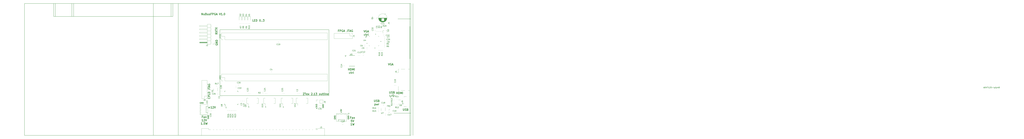
<source format=gbr>
G04 #@! TF.GenerationSoftware,KiCad,Pcbnew,5.0.2+dfsg1-1~bpo9+1*
G04 #@! TF.CreationDate,2021-12-20T11:51:13+01:00*
G04 #@! TF.ProjectId,nubus-to-ztex,6e756275-732d-4746-9f2d-7a7465782e6b,rev?*
G04 #@! TF.SameCoordinates,Original*
G04 #@! TF.FileFunction,Legend,Top*
G04 #@! TF.FilePolarity,Positive*
%FSLAX46Y46*%
G04 Gerber Fmt 4.6, Leading zero omitted, Abs format (unit mm)*
G04 Created by KiCad (PCBNEW 5.0.2+dfsg1-1~bpo9+1) date Mon Dec 20 11:51:13 2021*
%MOMM*%
%LPD*%
G01*
G04 APERTURE LIST*
%ADD10C,0.300000*%
%ADD11C,0.250000*%
%ADD12C,0.200000*%
%ADD13C,0.120000*%
%ADD14C,0.100000*%
%ADD15C,0.150000*%
%ADD16C,0.127000*%
G04 APERTURE END LIST*
D10*
X118657142Y-83707142D02*
X119800000Y-83707142D01*
X119228571Y-84278571D02*
X119228571Y-83135714D01*
X121300000Y-84278571D02*
X120442857Y-84278571D01*
X120871428Y-84278571D02*
X120871428Y-82778571D01*
X120728571Y-82992857D01*
X120585714Y-83135714D01*
X120442857Y-83207142D01*
X121871428Y-82921428D02*
X121942857Y-82850000D01*
X122085714Y-82778571D01*
X122442857Y-82778571D01*
X122585714Y-82850000D01*
X122657142Y-82921428D01*
X122728571Y-83064285D01*
X122728571Y-83207142D01*
X122657142Y-83421428D01*
X121800000Y-84278571D01*
X122728571Y-84278571D01*
X123157142Y-82778571D02*
X123657142Y-84278571D01*
X124157142Y-82778571D01*
D11*
X118020000Y-91721904D02*
X117972380Y-91817142D01*
X117972380Y-91960000D01*
X118020000Y-92102857D01*
X118115238Y-92198095D01*
X118210476Y-92245714D01*
X118400952Y-92293333D01*
X118543809Y-92293333D01*
X118734285Y-92245714D01*
X118829523Y-92198095D01*
X118924761Y-92102857D01*
X118972380Y-91960000D01*
X118972380Y-91864761D01*
X118924761Y-91721904D01*
X118877142Y-91674285D01*
X118543809Y-91674285D01*
X118543809Y-91864761D01*
X118972380Y-91245714D02*
X117972380Y-91245714D01*
X118972380Y-90674285D01*
X117972380Y-90674285D01*
X118972380Y-90198095D02*
X117972380Y-90198095D01*
X117972380Y-89960000D01*
X118020000Y-89817142D01*
X118115238Y-89721904D01*
X118210476Y-89674285D01*
X118400952Y-89626666D01*
X118543809Y-89626666D01*
X118734285Y-89674285D01*
X118829523Y-89721904D01*
X118924761Y-89817142D01*
X118972380Y-89960000D01*
X118972380Y-90198095D01*
X112678095Y-79620000D02*
X112582857Y-79572380D01*
X112440000Y-79572380D01*
X112297142Y-79620000D01*
X112201904Y-79715238D01*
X112154285Y-79810476D01*
X112106666Y-80000952D01*
X112106666Y-80143809D01*
X112154285Y-80334285D01*
X112201904Y-80429523D01*
X112297142Y-80524761D01*
X112440000Y-80572380D01*
X112535238Y-80572380D01*
X112678095Y-80524761D01*
X112725714Y-80477142D01*
X112725714Y-80143809D01*
X112535238Y-80143809D01*
X113154285Y-80572380D02*
X113154285Y-79572380D01*
X113725714Y-80572380D01*
X113725714Y-79572380D01*
X114201904Y-80572380D02*
X114201904Y-79572380D01*
X114440000Y-79572380D01*
X114582857Y-79620000D01*
X114678095Y-79715238D01*
X114725714Y-79810476D01*
X114773333Y-80000952D01*
X114773333Y-80143809D01*
X114725714Y-80334285D01*
X114678095Y-80429523D01*
X114582857Y-80524761D01*
X114440000Y-80572380D01*
X114201904Y-80572380D01*
D10*
X114257142Y-90842857D02*
X113757142Y-90842857D01*
X113757142Y-91628571D02*
X113757142Y-90128571D01*
X114471428Y-90128571D01*
X115685714Y-91628571D02*
X115685714Y-90842857D01*
X115614285Y-90700000D01*
X115471428Y-90628571D01*
X115185714Y-90628571D01*
X115042857Y-90700000D01*
X115685714Y-91557142D02*
X115542857Y-91628571D01*
X115185714Y-91628571D01*
X115042857Y-91557142D01*
X114971428Y-91414285D01*
X114971428Y-91271428D01*
X115042857Y-91128571D01*
X115185714Y-91057142D01*
X115542857Y-91057142D01*
X115685714Y-90985714D01*
X116400000Y-90628571D02*
X116400000Y-91628571D01*
X116400000Y-90771428D02*
X116471428Y-90700000D01*
X116614285Y-90628571D01*
X116828571Y-90628571D01*
X116971428Y-90700000D01*
X117042857Y-90842857D01*
X117042857Y-91628571D01*
X114471428Y-94178571D02*
X113614285Y-94178571D01*
X114042857Y-94178571D02*
X114042857Y-92678571D01*
X113900000Y-92892857D01*
X113757142Y-93035714D01*
X113614285Y-93107142D01*
X115042857Y-92821428D02*
X115114285Y-92750000D01*
X115257142Y-92678571D01*
X115614285Y-92678571D01*
X115757142Y-92750000D01*
X115828571Y-92821428D01*
X115900000Y-92964285D01*
X115900000Y-93107142D01*
X115828571Y-93321428D01*
X114971428Y-94178571D01*
X115900000Y-94178571D01*
X116328571Y-92678571D02*
X116828571Y-94178571D01*
X117328571Y-92678571D01*
X113900000Y-96728571D02*
X113042857Y-96728571D01*
X113471428Y-96728571D02*
X113471428Y-95228571D01*
X113328571Y-95442857D01*
X113185714Y-95585714D01*
X113042857Y-95657142D01*
X114542857Y-96585714D02*
X114614285Y-96657142D01*
X114542857Y-96728571D01*
X114471428Y-96657142D01*
X114542857Y-96585714D01*
X114542857Y-96728571D01*
X115971428Y-95228571D02*
X115257142Y-95228571D01*
X115185714Y-95942857D01*
X115257142Y-95871428D01*
X115400000Y-95800000D01*
X115757142Y-95800000D01*
X115900000Y-95871428D01*
X115971428Y-95942857D01*
X116042857Y-96085714D01*
X116042857Y-96442857D01*
X115971428Y-96585714D01*
X115900000Y-96657142D01*
X115757142Y-96728571D01*
X115400000Y-96728571D01*
X115257142Y-96657142D01*
X115185714Y-96585714D01*
X116542857Y-95228571D02*
X116900000Y-96728571D01*
X117185714Y-95657142D01*
X117471428Y-96728571D01*
X117828571Y-95228571D01*
D12*
X275770000Y-105080000D02*
X275770000Y-3480000D01*
X274170000Y-88030000D02*
X261140000Y-88030000D01*
X239935714Y-29802380D02*
X239364285Y-29802380D01*
X239650000Y-29802380D02*
X239650000Y-28802380D01*
X239554761Y-28945238D01*
X239459523Y-29040476D01*
X239364285Y-29088095D01*
X224185714Y-44302380D02*
X223614285Y-44302380D01*
X223900000Y-44302380D02*
X223900000Y-43302380D01*
X223804761Y-43445238D01*
X223709523Y-43540476D01*
X223614285Y-43588095D01*
X268135714Y-80952380D02*
X267564285Y-80952380D01*
X267850000Y-80952380D02*
X267850000Y-79952380D01*
X267754761Y-80095238D01*
X267659523Y-80190476D01*
X267564285Y-80238095D01*
X176485714Y-83602380D02*
X175914285Y-83602380D01*
X176200000Y-83602380D02*
X176200000Y-82602380D01*
X176104761Y-82745238D01*
X176009523Y-82840476D01*
X175914285Y-82888095D01*
X162935714Y-83502380D02*
X162364285Y-83502380D01*
X162650000Y-83502380D02*
X162650000Y-82502380D01*
X162554761Y-82645238D01*
X162459523Y-82740476D01*
X162364285Y-82788095D01*
X149935714Y-83552380D02*
X149364285Y-83552380D01*
X149650000Y-83552380D02*
X149650000Y-82552380D01*
X149554761Y-82695238D01*
X149459523Y-82790476D01*
X149364285Y-82838095D01*
X132535714Y-84052380D02*
X131964285Y-84052380D01*
X132250000Y-84052380D02*
X132250000Y-83052380D01*
X132154761Y-83195238D01*
X132059523Y-83290476D01*
X131964285Y-83338095D01*
D11*
X220631428Y-87605714D02*
X220631428Y-86843809D01*
X221012380Y-87224761D02*
X220250476Y-87224761D01*
X220012380Y-85891428D02*
X220012380Y-86367619D01*
X220488571Y-86415238D01*
X220440952Y-86367619D01*
X220393333Y-86272380D01*
X220393333Y-86034285D01*
X220440952Y-85939047D01*
X220488571Y-85891428D01*
X220583809Y-85843809D01*
X220821904Y-85843809D01*
X220917142Y-85891428D01*
X220964761Y-85939047D01*
X221012380Y-86034285D01*
X221012380Y-86272380D01*
X220964761Y-86367619D01*
X220917142Y-86415238D01*
X220012380Y-85558095D02*
X221012380Y-85224761D01*
X220012380Y-84891428D01*
X225620000Y-92021904D02*
X225572380Y-92117142D01*
X225572380Y-92260000D01*
X225620000Y-92402857D01*
X225715238Y-92498095D01*
X225810476Y-92545714D01*
X226000952Y-92593333D01*
X226143809Y-92593333D01*
X226334285Y-92545714D01*
X226429523Y-92498095D01*
X226524761Y-92402857D01*
X226572380Y-92260000D01*
X226572380Y-92164761D01*
X226524761Y-92021904D01*
X226477142Y-91974285D01*
X226143809Y-91974285D01*
X226143809Y-92164761D01*
X226572380Y-91545714D02*
X225572380Y-91545714D01*
X226572380Y-90974285D01*
X225572380Y-90974285D01*
X226572380Y-90498095D02*
X225572380Y-90498095D01*
X225572380Y-90260000D01*
X225620000Y-90117142D01*
X225715238Y-90021904D01*
X225810476Y-89974285D01*
X226000952Y-89926666D01*
X226143809Y-89926666D01*
X226334285Y-89974285D01*
X226429523Y-90021904D01*
X226524761Y-90117142D01*
X226572380Y-90260000D01*
X226572380Y-90498095D01*
X215220000Y-92021904D02*
X215172380Y-92117142D01*
X215172380Y-92260000D01*
X215220000Y-92402857D01*
X215315238Y-92498095D01*
X215410476Y-92545714D01*
X215600952Y-92593333D01*
X215743809Y-92593333D01*
X215934285Y-92545714D01*
X216029523Y-92498095D01*
X216124761Y-92402857D01*
X216172380Y-92260000D01*
X216172380Y-92164761D01*
X216124761Y-92021904D01*
X216077142Y-91974285D01*
X215743809Y-91974285D01*
X215743809Y-92164761D01*
X216172380Y-91545714D02*
X215172380Y-91545714D01*
X216172380Y-90974285D01*
X215172380Y-90974285D01*
X216172380Y-90498095D02*
X215172380Y-90498095D01*
X215172380Y-90260000D01*
X215220000Y-90117142D01*
X215315238Y-90021904D01*
X215410476Y-89974285D01*
X215600952Y-89926666D01*
X215743809Y-89926666D01*
X215934285Y-89974285D01*
X216029523Y-90021904D01*
X216124761Y-90117142D01*
X216172380Y-90260000D01*
X216172380Y-90498095D01*
X206200000Y-83261904D02*
X206152380Y-83357142D01*
X206152380Y-83500000D01*
X206200000Y-83642857D01*
X206295238Y-83738095D01*
X206390476Y-83785714D01*
X206580952Y-83833333D01*
X206723809Y-83833333D01*
X206914285Y-83785714D01*
X207009523Y-83738095D01*
X207104761Y-83642857D01*
X207152380Y-83500000D01*
X207152380Y-83404761D01*
X207104761Y-83261904D01*
X207057142Y-83214285D01*
X206723809Y-83214285D01*
X206723809Y-83404761D01*
X207152380Y-82785714D02*
X206152380Y-82785714D01*
X207152380Y-82214285D01*
X206152380Y-82214285D01*
X207152380Y-81738095D02*
X206152380Y-81738095D01*
X206152380Y-81500000D01*
X206200000Y-81357142D01*
X206295238Y-81261904D01*
X206390476Y-81214285D01*
X206580952Y-81166666D01*
X206723809Y-81166666D01*
X206914285Y-81214285D01*
X207009523Y-81261904D01*
X207104761Y-81357142D01*
X207152380Y-81500000D01*
X207152380Y-81738095D01*
X201771428Y-84661904D02*
X201771428Y-83900000D01*
X202152380Y-84280952D02*
X201390476Y-84280952D01*
X201152380Y-83519047D02*
X201152380Y-82900000D01*
X201533333Y-83233333D01*
X201533333Y-83090476D01*
X201580952Y-82995238D01*
X201628571Y-82947619D01*
X201723809Y-82900000D01*
X201961904Y-82900000D01*
X202057142Y-82947619D01*
X202104761Y-82995238D01*
X202152380Y-83090476D01*
X202152380Y-83376190D01*
X202104761Y-83471428D01*
X202057142Y-83519047D01*
X201152380Y-82614285D02*
X202152380Y-82280952D01*
X201152380Y-81947619D01*
X201152380Y-81709523D02*
X201152380Y-81090476D01*
X201533333Y-81423809D01*
X201533333Y-81280952D01*
X201580952Y-81185714D01*
X201628571Y-81138095D01*
X201723809Y-81090476D01*
X201961904Y-81090476D01*
X202057142Y-81138095D01*
X202104761Y-81185714D01*
X202152380Y-81280952D01*
X202152380Y-81566666D01*
X202104761Y-81661904D01*
X202057142Y-81709523D01*
D10*
X119735714Y-75900000D02*
X119807142Y-75971428D01*
X119878571Y-76185714D01*
X119878571Y-76328571D01*
X119807142Y-76542857D01*
X119664285Y-76685714D01*
X119521428Y-76757142D01*
X119235714Y-76828571D01*
X119021428Y-76828571D01*
X118735714Y-76757142D01*
X118592857Y-76685714D01*
X118450000Y-76542857D01*
X118378571Y-76328571D01*
X118378571Y-76185714D01*
X118450000Y-75971428D01*
X118521428Y-75900000D01*
X119878571Y-75257142D02*
X118378571Y-75257142D01*
X118378571Y-74685714D01*
X118450000Y-74542857D01*
X118521428Y-74471428D01*
X118664285Y-74400000D01*
X118878571Y-74400000D01*
X119021428Y-74471428D01*
X119092857Y-74542857D01*
X119164285Y-74685714D01*
X119164285Y-75257142D01*
X119878571Y-73042857D02*
X119878571Y-73757142D01*
X118378571Y-73757142D01*
X119878571Y-72542857D02*
X118378571Y-72542857D01*
X118378571Y-72185714D01*
X118450000Y-71971428D01*
X118592857Y-71828571D01*
X118735714Y-71757142D01*
X119021428Y-71685714D01*
X119235714Y-71685714D01*
X119521428Y-71757142D01*
X119664285Y-71828571D01*
X119807142Y-71971428D01*
X119878571Y-72185714D01*
X119878571Y-72542857D01*
X118378571Y-69471428D02*
X119450000Y-69471428D01*
X119664285Y-69542857D01*
X119807142Y-69685714D01*
X119878571Y-69900000D01*
X119878571Y-70042857D01*
X118378571Y-68971428D02*
X118378571Y-68114285D01*
X119878571Y-68542857D02*
X118378571Y-68542857D01*
X119450000Y-67685714D02*
X119450000Y-66971428D01*
X119878571Y-67828571D02*
X118378571Y-67328571D01*
X119878571Y-66828571D01*
X118450000Y-65542857D02*
X118378571Y-65685714D01*
X118378571Y-65900000D01*
X118450000Y-66114285D01*
X118592857Y-66257142D01*
X118735714Y-66328571D01*
X119021428Y-66400000D01*
X119235714Y-66400000D01*
X119521428Y-66328571D01*
X119664285Y-66257142D01*
X119807142Y-66114285D01*
X119878571Y-65900000D01*
X119878571Y-65757142D01*
X119807142Y-65542857D01*
X119735714Y-65471428D01*
X119235714Y-65471428D01*
X119235714Y-65757142D01*
X228137142Y-91422857D02*
X227637142Y-91422857D01*
X227637142Y-92208571D02*
X227637142Y-90708571D01*
X228351428Y-90708571D01*
X229565714Y-92208571D02*
X229565714Y-91422857D01*
X229494285Y-91280000D01*
X229351428Y-91208571D01*
X229065714Y-91208571D01*
X228922857Y-91280000D01*
X229565714Y-92137142D02*
X229422857Y-92208571D01*
X229065714Y-92208571D01*
X228922857Y-92137142D01*
X228851428Y-91994285D01*
X228851428Y-91851428D01*
X228922857Y-91708571D01*
X229065714Y-91637142D01*
X229422857Y-91637142D01*
X229565714Y-91565714D01*
X230280000Y-91208571D02*
X230280000Y-92208571D01*
X230280000Y-91351428D02*
X230351428Y-91280000D01*
X230494285Y-91208571D01*
X230708571Y-91208571D01*
X230851428Y-91280000D01*
X230922857Y-91422857D01*
X230922857Y-92208571D01*
X228994285Y-93258571D02*
X228280000Y-93258571D01*
X228208571Y-93972857D01*
X228280000Y-93901428D01*
X228422857Y-93830000D01*
X228780000Y-93830000D01*
X228922857Y-93901428D01*
X228994285Y-93972857D01*
X229065714Y-94115714D01*
X229065714Y-94472857D01*
X228994285Y-94615714D01*
X228922857Y-94687142D01*
X228780000Y-94758571D01*
X228422857Y-94758571D01*
X228280000Y-94687142D01*
X228208571Y-94615714D01*
X229494285Y-93258571D02*
X229994285Y-94758571D01*
X230494285Y-93258571D01*
X228851428Y-97308571D02*
X227994285Y-97308571D01*
X228422857Y-97308571D02*
X228422857Y-95808571D01*
X228280000Y-96022857D01*
X228137142Y-96165714D01*
X227994285Y-96237142D01*
X229351428Y-95808571D02*
X229708571Y-97308571D01*
X229994285Y-96237142D01*
X230280000Y-97308571D01*
X230637142Y-95808571D01*
D12*
X211270000Y-74450000D02*
X211270000Y-23650000D01*
D10*
X113471428Y-12378571D02*
X113471428Y-10878571D01*
X114328571Y-12378571D01*
X114328571Y-10878571D01*
X115685714Y-11378571D02*
X115685714Y-12378571D01*
X115042857Y-11378571D02*
X115042857Y-12164285D01*
X115114285Y-12307142D01*
X115257142Y-12378571D01*
X115471428Y-12378571D01*
X115614285Y-12307142D01*
X115685714Y-12235714D01*
X116900000Y-11592857D02*
X117114285Y-11664285D01*
X117185714Y-11735714D01*
X117257142Y-11878571D01*
X117257142Y-12092857D01*
X117185714Y-12235714D01*
X117114285Y-12307142D01*
X116971428Y-12378571D01*
X116400000Y-12378571D01*
X116400000Y-10878571D01*
X116900000Y-10878571D01*
X117042857Y-10950000D01*
X117114285Y-11021428D01*
X117185714Y-11164285D01*
X117185714Y-11307142D01*
X117114285Y-11450000D01*
X117042857Y-11521428D01*
X116900000Y-11592857D01*
X116400000Y-11592857D01*
X118542857Y-11378571D02*
X118542857Y-12378571D01*
X117900000Y-11378571D02*
X117900000Y-12164285D01*
X117971428Y-12307142D01*
X118114285Y-12378571D01*
X118328571Y-12378571D01*
X118471428Y-12307142D01*
X118542857Y-12235714D01*
X119185714Y-12307142D02*
X119328571Y-12378571D01*
X119614285Y-12378571D01*
X119757142Y-12307142D01*
X119828571Y-12164285D01*
X119828571Y-12092857D01*
X119757142Y-11950000D01*
X119614285Y-11878571D01*
X119400000Y-11878571D01*
X119257142Y-11807142D01*
X119185714Y-11664285D01*
X119185714Y-11592857D01*
X119257142Y-11450000D01*
X119400000Y-11378571D01*
X119614285Y-11378571D01*
X119757142Y-11450000D01*
X120971428Y-11592857D02*
X120471428Y-11592857D01*
X120471428Y-12378571D02*
X120471428Y-10878571D01*
X121185714Y-10878571D01*
X121757142Y-12378571D02*
X121757142Y-10878571D01*
X122328571Y-10878571D01*
X122471428Y-10950000D01*
X122542857Y-11021428D01*
X122614285Y-11164285D01*
X122614285Y-11378571D01*
X122542857Y-11521428D01*
X122471428Y-11592857D01*
X122328571Y-11664285D01*
X121757142Y-11664285D01*
X124042857Y-10950000D02*
X123900000Y-10878571D01*
X123685714Y-10878571D01*
X123471428Y-10950000D01*
X123328571Y-11092857D01*
X123257142Y-11235714D01*
X123185714Y-11521428D01*
X123185714Y-11735714D01*
X123257142Y-12021428D01*
X123328571Y-12164285D01*
X123471428Y-12307142D01*
X123685714Y-12378571D01*
X123828571Y-12378571D01*
X124042857Y-12307142D01*
X124114285Y-12235714D01*
X124114285Y-11735714D01*
X123828571Y-11735714D01*
X124685714Y-11950000D02*
X125400000Y-11950000D01*
X124542857Y-12378571D02*
X125042857Y-10878571D01*
X125542857Y-12378571D01*
X126971428Y-10878571D02*
X127471428Y-12378571D01*
X127971428Y-10878571D01*
X129257142Y-12378571D02*
X128400000Y-12378571D01*
X128828571Y-12378571D02*
X128828571Y-10878571D01*
X128685714Y-11092857D01*
X128542857Y-11235714D01*
X128400000Y-11307142D01*
X129900000Y-12235714D02*
X129971428Y-12307142D01*
X129900000Y-12378571D01*
X129828571Y-12307142D01*
X129900000Y-12235714D01*
X129900000Y-12378571D01*
X130900000Y-10878571D02*
X131042857Y-10878571D01*
X131185714Y-10950000D01*
X131257142Y-11021428D01*
X131328571Y-11164285D01*
X131400000Y-11450000D01*
X131400000Y-11807142D01*
X131328571Y-12092857D01*
X131257142Y-12235714D01*
X131185714Y-12307142D01*
X131042857Y-12378571D01*
X130900000Y-12378571D01*
X130757142Y-12307142D01*
X130685714Y-12235714D01*
X130614285Y-12092857D01*
X130542857Y-11807142D01*
X130542857Y-11450000D01*
X130614285Y-11164285D01*
X130685714Y-11021428D01*
X130757142Y-10950000D01*
X130900000Y-10878571D01*
X268207142Y-84578571D02*
X268207142Y-85792857D01*
X268278571Y-85935714D01*
X268350000Y-86007142D01*
X268492857Y-86078571D01*
X268778571Y-86078571D01*
X268921428Y-86007142D01*
X268992857Y-85935714D01*
X269064285Y-85792857D01*
X269064285Y-84578571D01*
X269707142Y-86007142D02*
X269921428Y-86078571D01*
X270278571Y-86078571D01*
X270421428Y-86007142D01*
X270492857Y-85935714D01*
X270564285Y-85792857D01*
X270564285Y-85650000D01*
X270492857Y-85507142D01*
X270421428Y-85435714D01*
X270278571Y-85364285D01*
X269992857Y-85292857D01*
X269850000Y-85221428D01*
X269778571Y-85150000D01*
X269707142Y-85007142D01*
X269707142Y-84864285D01*
X269778571Y-84721428D01*
X269850000Y-84650000D01*
X269992857Y-84578571D01*
X270350000Y-84578571D01*
X270564285Y-84650000D01*
X271707142Y-85292857D02*
X271921428Y-85364285D01*
X271992857Y-85435714D01*
X272064285Y-85578571D01*
X272064285Y-85792857D01*
X271992857Y-85935714D01*
X271921428Y-86007142D01*
X271778571Y-86078571D01*
X271207142Y-86078571D01*
X271207142Y-84578571D01*
X271707142Y-84578571D01*
X271850000Y-84650000D01*
X271921428Y-84721428D01*
X271992857Y-84864285D01*
X271992857Y-85007142D01*
X271921428Y-85150000D01*
X271850000Y-85221428D01*
X271707142Y-85292857D01*
X271207142Y-85292857D01*
X263117142Y-73178571D02*
X263117142Y-71678571D01*
X263117142Y-72392857D02*
X263974285Y-72392857D01*
X263974285Y-73178571D02*
X263974285Y-71678571D01*
X264688571Y-73178571D02*
X264688571Y-71678571D01*
X265045714Y-71678571D01*
X265260000Y-71750000D01*
X265402857Y-71892857D01*
X265474285Y-72035714D01*
X265545714Y-72321428D01*
X265545714Y-72535714D01*
X265474285Y-72821428D01*
X265402857Y-72964285D01*
X265260000Y-73107142D01*
X265045714Y-73178571D01*
X264688571Y-73178571D01*
X266188571Y-73178571D02*
X266188571Y-71678571D01*
X266688571Y-72750000D01*
X267188571Y-71678571D01*
X267188571Y-73178571D01*
X267902857Y-73178571D02*
X267902857Y-71678571D01*
X256827142Y-49578571D02*
X257327142Y-51078571D01*
X257827142Y-49578571D01*
X259112857Y-49650000D02*
X258970000Y-49578571D01*
X258755714Y-49578571D01*
X258541428Y-49650000D01*
X258398571Y-49792857D01*
X258327142Y-49935714D01*
X258255714Y-50221428D01*
X258255714Y-50435714D01*
X258327142Y-50721428D01*
X258398571Y-50864285D01*
X258541428Y-51007142D01*
X258755714Y-51078571D01*
X258898571Y-51078571D01*
X259112857Y-51007142D01*
X259184285Y-50935714D01*
X259184285Y-50435714D01*
X258898571Y-50435714D01*
X259755714Y-50650000D02*
X260470000Y-50650000D01*
X259612857Y-51078571D02*
X260112857Y-49578571D01*
X260612857Y-51078571D01*
X191318571Y-72428571D02*
X192318571Y-72428571D01*
X191318571Y-73928571D01*
X192318571Y-73928571D01*
X192675714Y-72428571D02*
X193532857Y-72428571D01*
X193104285Y-73928571D02*
X193104285Y-72428571D01*
X194604285Y-73857142D02*
X194461428Y-73928571D01*
X194175714Y-73928571D01*
X194032857Y-73857142D01*
X193961428Y-73714285D01*
X193961428Y-73142857D01*
X194032857Y-73000000D01*
X194175714Y-72928571D01*
X194461428Y-72928571D01*
X194604285Y-73000000D01*
X194675714Y-73142857D01*
X194675714Y-73285714D01*
X193961428Y-73428571D01*
X195175714Y-73928571D02*
X195961428Y-72928571D01*
X195175714Y-72928571D02*
X195961428Y-73928571D01*
X197604285Y-72571428D02*
X197675714Y-72500000D01*
X197818571Y-72428571D01*
X198175714Y-72428571D01*
X198318571Y-72500000D01*
X198390000Y-72571428D01*
X198461428Y-72714285D01*
X198461428Y-72857142D01*
X198390000Y-73071428D01*
X197532857Y-73928571D01*
X198461428Y-73928571D01*
X199104285Y-73785714D02*
X199175714Y-73857142D01*
X199104285Y-73928571D01*
X199032857Y-73857142D01*
X199104285Y-73785714D01*
X199104285Y-73928571D01*
X200604285Y-73928571D02*
X199747142Y-73928571D01*
X200175714Y-73928571D02*
X200175714Y-72428571D01*
X200032857Y-72642857D01*
X199890000Y-72785714D01*
X199747142Y-72857142D01*
X201104285Y-72428571D02*
X202032857Y-72428571D01*
X201532857Y-73000000D01*
X201747142Y-73000000D01*
X201890000Y-73071428D01*
X201961428Y-73142857D01*
X202032857Y-73285714D01*
X202032857Y-73642857D01*
X201961428Y-73785714D01*
X201890000Y-73857142D01*
X201747142Y-73928571D01*
X201318571Y-73928571D01*
X201175714Y-73857142D01*
X201104285Y-73785714D01*
X204032857Y-73928571D02*
X203890000Y-73857142D01*
X203818571Y-73785714D01*
X203747142Y-73642857D01*
X203747142Y-73214285D01*
X203818571Y-73071428D01*
X203890000Y-73000000D01*
X204032857Y-72928571D01*
X204247142Y-72928571D01*
X204390000Y-73000000D01*
X204461428Y-73071428D01*
X204532857Y-73214285D01*
X204532857Y-73642857D01*
X204461428Y-73785714D01*
X204390000Y-73857142D01*
X204247142Y-73928571D01*
X204032857Y-73928571D01*
X205818571Y-72928571D02*
X205818571Y-73928571D01*
X205175714Y-72928571D02*
X205175714Y-73714285D01*
X205247142Y-73857142D01*
X205390000Y-73928571D01*
X205604285Y-73928571D01*
X205747142Y-73857142D01*
X205818571Y-73785714D01*
X206318571Y-72928571D02*
X206890000Y-72928571D01*
X206532857Y-72428571D02*
X206532857Y-73714285D01*
X206604285Y-73857142D01*
X206747142Y-73928571D01*
X206890000Y-73928571D01*
X207604285Y-73928571D02*
X207461428Y-73857142D01*
X207390000Y-73714285D01*
X207390000Y-72428571D01*
X208175714Y-73928571D02*
X208175714Y-72928571D01*
X208175714Y-72428571D02*
X208104285Y-72500000D01*
X208175714Y-72571428D01*
X208247142Y-72500000D01*
X208175714Y-72428571D01*
X208175714Y-72571428D01*
X208890000Y-72928571D02*
X208890000Y-73928571D01*
X208890000Y-73071428D02*
X208961428Y-73000000D01*
X209104285Y-72928571D01*
X209318571Y-72928571D01*
X209461428Y-73000000D01*
X209532857Y-73142857D01*
X209532857Y-73928571D01*
X210818571Y-73857142D02*
X210675714Y-73928571D01*
X210390000Y-73928571D01*
X210247142Y-73857142D01*
X210175714Y-73714285D01*
X210175714Y-73142857D01*
X210247142Y-73000000D01*
X210390000Y-72928571D01*
X210675714Y-72928571D01*
X210818571Y-73000000D01*
X210890000Y-73142857D01*
X210890000Y-73285714D01*
X210175714Y-73428571D01*
X246027142Y-77793571D02*
X246027142Y-79007857D01*
X246098571Y-79150714D01*
X246170000Y-79222142D01*
X246312857Y-79293571D01*
X246598571Y-79293571D01*
X246741428Y-79222142D01*
X246812857Y-79150714D01*
X246884285Y-79007857D01*
X246884285Y-77793571D01*
X247527142Y-79222142D02*
X247741428Y-79293571D01*
X248098571Y-79293571D01*
X248241428Y-79222142D01*
X248312857Y-79150714D01*
X248384285Y-79007857D01*
X248384285Y-78865000D01*
X248312857Y-78722142D01*
X248241428Y-78650714D01*
X248098571Y-78579285D01*
X247812857Y-78507857D01*
X247670000Y-78436428D01*
X247598571Y-78365000D01*
X247527142Y-78222142D01*
X247527142Y-78079285D01*
X247598571Y-77936428D01*
X247670000Y-77865000D01*
X247812857Y-77793571D01*
X248170000Y-77793571D01*
X248384285Y-77865000D01*
X249527142Y-78507857D02*
X249741428Y-78579285D01*
X249812857Y-78650714D01*
X249884285Y-78793571D01*
X249884285Y-79007857D01*
X249812857Y-79150714D01*
X249741428Y-79222142D01*
X249598571Y-79293571D01*
X249027142Y-79293571D01*
X249027142Y-77793571D01*
X249527142Y-77793571D01*
X249670000Y-77865000D01*
X249741428Y-77936428D01*
X249812857Y-78079285D01*
X249812857Y-78222142D01*
X249741428Y-78365000D01*
X249670000Y-78436428D01*
X249527142Y-78507857D01*
X249027142Y-78507857D01*
X246348571Y-80843571D02*
X246348571Y-82343571D01*
X246348571Y-80915000D02*
X246491428Y-80843571D01*
X246777142Y-80843571D01*
X246920000Y-80915000D01*
X246991428Y-80986428D01*
X247062857Y-81129285D01*
X247062857Y-81557857D01*
X246991428Y-81700714D01*
X246920000Y-81772142D01*
X246777142Y-81843571D01*
X246491428Y-81843571D01*
X246348571Y-81772142D01*
X247562857Y-80843571D02*
X247848571Y-81843571D01*
X248134285Y-81129285D01*
X248420000Y-81843571D01*
X248705714Y-80843571D01*
X249277142Y-81843571D02*
X249277142Y-80843571D01*
X249277142Y-81129285D02*
X249348571Y-80986428D01*
X249420000Y-80915000D01*
X249562857Y-80843571D01*
X249705714Y-80843571D01*
X257717142Y-71303571D02*
X257717142Y-72517857D01*
X257788571Y-72660714D01*
X257860000Y-72732142D01*
X258002857Y-72803571D01*
X258288571Y-72803571D01*
X258431428Y-72732142D01*
X258502857Y-72660714D01*
X258574285Y-72517857D01*
X258574285Y-71303571D01*
X259217142Y-72732142D02*
X259431428Y-72803571D01*
X259788571Y-72803571D01*
X259931428Y-72732142D01*
X260002857Y-72660714D01*
X260074285Y-72517857D01*
X260074285Y-72375000D01*
X260002857Y-72232142D01*
X259931428Y-72160714D01*
X259788571Y-72089285D01*
X259502857Y-72017857D01*
X259360000Y-71946428D01*
X259288571Y-71875000D01*
X259217142Y-71732142D01*
X259217142Y-71589285D01*
X259288571Y-71446428D01*
X259360000Y-71375000D01*
X259502857Y-71303571D01*
X259860000Y-71303571D01*
X260074285Y-71375000D01*
X261217142Y-72017857D02*
X261431428Y-72089285D01*
X261502857Y-72160714D01*
X261574285Y-72303571D01*
X261574285Y-72517857D01*
X261502857Y-72660714D01*
X261431428Y-72732142D01*
X261288571Y-72803571D01*
X260717142Y-72803571D01*
X260717142Y-71303571D01*
X261217142Y-71303571D01*
X261360000Y-71375000D01*
X261431428Y-71446428D01*
X261502857Y-71589285D01*
X261502857Y-71732142D01*
X261431428Y-71875000D01*
X261360000Y-71946428D01*
X261217142Y-72017857D01*
X260717142Y-72017857D01*
X258038571Y-75353571D02*
X258038571Y-73853571D01*
X259824285Y-73782142D02*
X258538571Y-75710714D01*
X260610000Y-73853571D02*
X260895714Y-73853571D01*
X261038571Y-73925000D01*
X261181428Y-74067857D01*
X261252857Y-74353571D01*
X261252857Y-74853571D01*
X261181428Y-75139285D01*
X261038571Y-75282142D01*
X260895714Y-75353571D01*
X260610000Y-75353571D01*
X260467142Y-75282142D01*
X260324285Y-75139285D01*
X260252857Y-74853571D01*
X260252857Y-74353571D01*
X260324285Y-74067857D01*
X260467142Y-73925000D01*
X260610000Y-73853571D01*
X237997142Y-24163571D02*
X238497142Y-25663571D01*
X238997142Y-24163571D01*
X240282857Y-24235000D02*
X240140000Y-24163571D01*
X239925714Y-24163571D01*
X239711428Y-24235000D01*
X239568571Y-24377857D01*
X239497142Y-24520714D01*
X239425714Y-24806428D01*
X239425714Y-25020714D01*
X239497142Y-25306428D01*
X239568571Y-25449285D01*
X239711428Y-25592142D01*
X239925714Y-25663571D01*
X240068571Y-25663571D01*
X240282857Y-25592142D01*
X240354285Y-25520714D01*
X240354285Y-25020714D01*
X240068571Y-25020714D01*
X240925714Y-25235000D02*
X241640000Y-25235000D01*
X240782857Y-25663571D02*
X241282857Y-24163571D01*
X241782857Y-25663571D01*
X238961428Y-28142142D02*
X238818571Y-28213571D01*
X238532857Y-28213571D01*
X238390000Y-28142142D01*
X238318571Y-28070714D01*
X238247142Y-27927857D01*
X238247142Y-27499285D01*
X238318571Y-27356428D01*
X238390000Y-27285000D01*
X238532857Y-27213571D01*
X238818571Y-27213571D01*
X238961428Y-27285000D01*
X239390000Y-27213571D02*
X239961428Y-27213571D01*
X239604285Y-26713571D02*
X239604285Y-27999285D01*
X239675714Y-28142142D01*
X239818571Y-28213571D01*
X239961428Y-28213571D01*
X240461428Y-28213571D02*
X240461428Y-27213571D01*
X240461428Y-27499285D02*
X240532857Y-27356428D01*
X240604285Y-27285000D01*
X240747142Y-27213571D01*
X240890000Y-27213571D01*
X241604285Y-28213571D02*
X241461428Y-28142142D01*
X241390000Y-27999285D01*
X241390000Y-26713571D01*
X226107142Y-55003571D02*
X226107142Y-53503571D01*
X226107142Y-54217857D02*
X226964285Y-54217857D01*
X226964285Y-55003571D02*
X226964285Y-53503571D01*
X227678571Y-55003571D02*
X227678571Y-53503571D01*
X228035714Y-53503571D01*
X228250000Y-53575000D01*
X228392857Y-53717857D01*
X228464285Y-53860714D01*
X228535714Y-54146428D01*
X228535714Y-54360714D01*
X228464285Y-54646428D01*
X228392857Y-54789285D01*
X228250000Y-54932142D01*
X228035714Y-55003571D01*
X227678571Y-55003571D01*
X229178571Y-55003571D02*
X229178571Y-53503571D01*
X229678571Y-54575000D01*
X230178571Y-53503571D01*
X230178571Y-55003571D01*
X230892857Y-55003571D02*
X230892857Y-53503571D01*
X227571428Y-57482142D02*
X227428571Y-57553571D01*
X227142857Y-57553571D01*
X227000000Y-57482142D01*
X226928571Y-57410714D01*
X226857142Y-57267857D01*
X226857142Y-56839285D01*
X226928571Y-56696428D01*
X227000000Y-56625000D01*
X227142857Y-56553571D01*
X227428571Y-56553571D01*
X227571428Y-56625000D01*
X228000000Y-56553571D02*
X228571428Y-56553571D01*
X228214285Y-56053571D02*
X228214285Y-57339285D01*
X228285714Y-57482142D01*
X228428571Y-57553571D01*
X228571428Y-57553571D01*
X229071428Y-57553571D02*
X229071428Y-56553571D01*
X229071428Y-56839285D02*
X229142857Y-56696428D01*
X229214285Y-56625000D01*
X229357142Y-56553571D01*
X229500000Y-56553571D01*
X230214285Y-57553571D02*
X230071428Y-57482142D01*
X230000000Y-57339285D01*
X230000000Y-56053571D01*
X153411428Y-17308571D02*
X152697142Y-17308571D01*
X152697142Y-15808571D01*
X153911428Y-16522857D02*
X154411428Y-16522857D01*
X154625714Y-17308571D02*
X153911428Y-17308571D01*
X153911428Y-15808571D01*
X154625714Y-15808571D01*
X155268571Y-17308571D02*
X155268571Y-15808571D01*
X155625714Y-15808571D01*
X155840000Y-15880000D01*
X155982857Y-16022857D01*
X156054285Y-16165714D01*
X156125714Y-16451428D01*
X156125714Y-16665714D01*
X156054285Y-16951428D01*
X155982857Y-17094285D01*
X155840000Y-17237142D01*
X155625714Y-17308571D01*
X155268571Y-17308571D01*
X158197142Y-15808571D02*
X158340000Y-15808571D01*
X158482857Y-15880000D01*
X158554285Y-15951428D01*
X158625714Y-16094285D01*
X158697142Y-16380000D01*
X158697142Y-16737142D01*
X158625714Y-17022857D01*
X158554285Y-17165714D01*
X158482857Y-17237142D01*
X158340000Y-17308571D01*
X158197142Y-17308571D01*
X158054285Y-17237142D01*
X157982857Y-17165714D01*
X157911428Y-17022857D01*
X157840000Y-16737142D01*
X157840000Y-16380000D01*
X157911428Y-16094285D01*
X157982857Y-15951428D01*
X158054285Y-15880000D01*
X158197142Y-15808571D01*
X159340000Y-17165714D02*
X159411428Y-17237142D01*
X159340000Y-17308571D01*
X159268571Y-17237142D01*
X159340000Y-17165714D01*
X159340000Y-17308571D01*
X160054285Y-17165714D02*
X160125714Y-17237142D01*
X160054285Y-17308571D01*
X159982857Y-17237142D01*
X160054285Y-17165714D01*
X160054285Y-17308571D01*
X160625714Y-15808571D02*
X161554285Y-15808571D01*
X161054285Y-16380000D01*
X161268571Y-16380000D01*
X161411428Y-16451428D01*
X161482857Y-16522857D01*
X161554285Y-16665714D01*
X161554285Y-17022857D01*
X161482857Y-17165714D01*
X161411428Y-17237142D01*
X161268571Y-17308571D01*
X160840000Y-17308571D01*
X160697142Y-17237142D01*
X160625714Y-17165714D01*
X123968571Y-24312857D02*
X123968571Y-23455714D01*
X125468571Y-23884285D02*
X123968571Y-23884285D01*
X123968571Y-23098571D02*
X125468571Y-22098571D01*
X123968571Y-22098571D02*
X125468571Y-23098571D01*
X125538571Y-26230000D02*
X124824285Y-26730000D01*
X125538571Y-27087142D02*
X124038571Y-27087142D01*
X124038571Y-26515714D01*
X124110000Y-26372857D01*
X124181428Y-26301428D01*
X124324285Y-26230000D01*
X124538571Y-26230000D01*
X124681428Y-26301428D01*
X124752857Y-26372857D01*
X124824285Y-26515714D01*
X124824285Y-27087142D01*
X124038571Y-25730000D02*
X125538571Y-24730000D01*
X124038571Y-24730000D02*
X125538571Y-25730000D01*
X124310000Y-34772857D02*
X124238571Y-34915714D01*
X124238571Y-35130000D01*
X124310000Y-35344285D01*
X124452857Y-35487142D01*
X124595714Y-35558571D01*
X124881428Y-35630000D01*
X125095714Y-35630000D01*
X125381428Y-35558571D01*
X125524285Y-35487142D01*
X125667142Y-35344285D01*
X125738571Y-35130000D01*
X125738571Y-34987142D01*
X125667142Y-34772857D01*
X125595714Y-34701428D01*
X125095714Y-34701428D01*
X125095714Y-34987142D01*
X125738571Y-34058571D02*
X124238571Y-34058571D01*
X125738571Y-33201428D01*
X124238571Y-33201428D01*
X125738571Y-32487142D02*
X124238571Y-32487142D01*
X124238571Y-32130000D01*
X124310000Y-31915714D01*
X124452857Y-31772857D01*
X124595714Y-31701428D01*
X124881428Y-31630000D01*
X125095714Y-31630000D01*
X125381428Y-31701428D01*
X125524285Y-31772857D01*
X125667142Y-31915714D01*
X125738571Y-32130000D01*
X125738571Y-32487142D01*
X218844285Y-24502857D02*
X218344285Y-24502857D01*
X218344285Y-25288571D02*
X218344285Y-23788571D01*
X219058571Y-23788571D01*
X219630000Y-25288571D02*
X219630000Y-23788571D01*
X220201428Y-23788571D01*
X220344285Y-23860000D01*
X220415714Y-23931428D01*
X220487142Y-24074285D01*
X220487142Y-24288571D01*
X220415714Y-24431428D01*
X220344285Y-24502857D01*
X220201428Y-24574285D01*
X219630000Y-24574285D01*
X221915714Y-23860000D02*
X221772857Y-23788571D01*
X221558571Y-23788571D01*
X221344285Y-23860000D01*
X221201428Y-24002857D01*
X221130000Y-24145714D01*
X221058571Y-24431428D01*
X221058571Y-24645714D01*
X221130000Y-24931428D01*
X221201428Y-25074285D01*
X221344285Y-25217142D01*
X221558571Y-25288571D01*
X221701428Y-25288571D01*
X221915714Y-25217142D01*
X221987142Y-25145714D01*
X221987142Y-24645714D01*
X221701428Y-24645714D01*
X222558571Y-24860000D02*
X223272857Y-24860000D01*
X222415714Y-25288571D02*
X222915714Y-23788571D01*
X223415714Y-25288571D01*
X225487142Y-23788571D02*
X225487142Y-24860000D01*
X225415714Y-25074285D01*
X225272857Y-25217142D01*
X225058571Y-25288571D01*
X224915714Y-25288571D01*
X225987142Y-23788571D02*
X226844285Y-23788571D01*
X226415714Y-25288571D02*
X226415714Y-23788571D01*
X227272857Y-24860000D02*
X227987142Y-24860000D01*
X227130000Y-25288571D02*
X227630000Y-23788571D01*
X228130000Y-25288571D01*
X229415714Y-23860000D02*
X229272857Y-23788571D01*
X229058571Y-23788571D01*
X228844285Y-23860000D01*
X228701428Y-24002857D01*
X228630000Y-24145714D01*
X228558571Y-24431428D01*
X228558571Y-24645714D01*
X228630000Y-24931428D01*
X228701428Y-25074285D01*
X228844285Y-25217142D01*
X229058571Y-25288571D01*
X229201428Y-25288571D01*
X229415714Y-25217142D01*
X229487142Y-25145714D01*
X229487142Y-24645714D01*
X229201428Y-24645714D01*
D12*
X274170000Y-15350000D02*
X264170000Y-15350000D01*
X15120000Y-3480000D02*
X15120000Y-13480000D01*
X91320000Y-3480000D02*
X91320000Y-13480000D01*
X15120000Y-13480000D02*
X91320000Y-13480000D01*
X15120000Y-13480000D02*
X1120000Y-13480000D01*
X1120000Y-13480000D02*
X1120000Y-3480000D01*
X-170000Y-13480000D02*
X-170000Y-3480000D01*
X13830000Y-13480000D02*
X-170000Y-13480000D01*
X13830000Y-13480000D02*
X90030000Y-13480000D01*
X90030000Y-3480000D02*
X90030000Y-13480000D01*
X13830000Y-3480000D02*
X13830000Y-13480000D01*
X76330000Y-105080000D02*
X76330000Y-3480000D01*
X-22580000Y-105080000D02*
X-22580000Y-3480000D01*
X273330000Y-105080000D02*
X273330000Y-3480000D01*
X95530000Y-105080000D02*
X95530000Y-3480000D01*
X274170000Y-105080000D02*
X-22580000Y-105080000D01*
X274170000Y-3480000D02*
X274170000Y-105080000D01*
X-22580000Y-3480000D02*
X274170000Y-3480000D01*
X127470000Y-74450000D02*
X127470000Y-23650000D01*
X127470000Y-74450000D02*
X211270000Y-74450000D01*
X127470000Y-23650000D02*
X211270000Y-23650000D01*
D13*
G04 #@! TO.C,R19*
X252510000Y-39662779D02*
X252510000Y-39337221D01*
X251490000Y-39662779D02*
X251490000Y-39337221D01*
G04 #@! TO.C,C33*
X120610000Y-85941422D02*
X120610000Y-86458578D01*
X119190000Y-85941422D02*
X119190000Y-86458578D01*
G04 #@! TO.C,J10*
X112170000Y-89180000D02*
X118190000Y-89180000D01*
X118190000Y-89180000D02*
X118190000Y-81340000D01*
X118190000Y-81340000D02*
X112170000Y-81340000D01*
X112170000Y-81340000D02*
X112170000Y-89180000D01*
X113200000Y-89470000D02*
X117200000Y-89470000D01*
X118190000Y-87800000D02*
X117190000Y-87800000D01*
X117190000Y-87800000D02*
X117190000Y-82720000D01*
X117190000Y-82720000D02*
X118190000Y-82720000D01*
X117190000Y-87800000D02*
X116660000Y-87550000D01*
X116660000Y-87550000D02*
X116660000Y-82970000D01*
X116660000Y-82970000D02*
X117190000Y-82720000D01*
X118190000Y-87550000D02*
X117190000Y-87550000D01*
X118190000Y-82970000D02*
X117190000Y-82970000D01*
X112170000Y-88600000D02*
X112770000Y-88600000D01*
X112770000Y-88600000D02*
X112770000Y-87000000D01*
X112770000Y-87000000D02*
X112170000Y-87000000D01*
X112170000Y-86060000D02*
X112770000Y-86060000D01*
X112770000Y-86060000D02*
X112770000Y-84460000D01*
X112770000Y-84460000D02*
X112170000Y-84460000D01*
X112170000Y-83520000D02*
X112770000Y-83520000D01*
X112770000Y-83520000D02*
X112770000Y-81920000D01*
X112770000Y-81920000D02*
X112170000Y-81920000D01*
G04 #@! TO.C,J6*
X268897500Y-82970000D02*
X268897500Y-82520000D01*
X270747500Y-82970000D02*
X268897500Y-82970000D01*
X273297500Y-75170000D02*
X273047500Y-75170000D01*
X273297500Y-82970000D02*
X273047500Y-82970000D01*
X270747500Y-75170000D02*
X268897500Y-75170000D01*
X268897500Y-75170000D02*
X268897500Y-75620000D01*
X268347500Y-80770000D02*
X268347500Y-80320000D01*
X268347500Y-80770000D02*
X268797500Y-80770000D01*
G04 #@! TO.C,U2*
X255830000Y-24240000D02*
X254900000Y-24240000D01*
X252670000Y-24240000D02*
X253600000Y-24240000D01*
X252670000Y-24240000D02*
X252670000Y-26400000D01*
X255830000Y-24240000D02*
X255830000Y-25700000D01*
G04 #@! TO.C,R20*
X254162779Y-22760000D02*
X253837221Y-22760000D01*
X254162779Y-21740000D02*
X253837221Y-21740000D01*
G04 #@! TO.C,U4*
X242048900Y-36141100D02*
X242547560Y-36141100D01*
X249491100Y-36141100D02*
X249491100Y-35642440D01*
X249491100Y-28698900D02*
X248992440Y-28698900D01*
X242048900Y-28698900D02*
X242048900Y-29197560D01*
X242048900Y-35642440D02*
X242048900Y-36141100D01*
X248992440Y-36141100D02*
X249491100Y-36141100D01*
X249491100Y-29197560D02*
X249491100Y-28698900D01*
X242547560Y-28698900D02*
X242048900Y-28698900D01*
D14*
G36*
X240309000Y-33979499D02*
X240309000Y-34360499D01*
X240563000Y-34360499D01*
X240563000Y-33979499D01*
X240309000Y-33979499D01*
G37*
X240309000Y-33979499D02*
X240309000Y-34360499D01*
X240563000Y-34360499D01*
X240563000Y-33979499D01*
X240309000Y-33979499D01*
G36*
X246329501Y-37627000D02*
X246329501Y-37881000D01*
X246710501Y-37881000D01*
X246710501Y-37627000D01*
X246329501Y-37627000D01*
G37*
X246329501Y-37627000D02*
X246329501Y-37881000D01*
X246710501Y-37881000D01*
X246710501Y-37627000D01*
X246329501Y-37627000D01*
G36*
X251231000Y-32479499D02*
X251231000Y-32860500D01*
X250977000Y-32860500D01*
X250977000Y-32479499D01*
X251231000Y-32479499D01*
G37*
X251231000Y-32479499D02*
X251231000Y-32860500D01*
X250977000Y-32860500D01*
X250977000Y-32479499D01*
X251231000Y-32479499D01*
G36*
X246829500Y-27213000D02*
X246829500Y-26959000D01*
X247210500Y-26959000D01*
X247210500Y-27213000D01*
X246829500Y-27213000D01*
G37*
X246829500Y-27213000D02*
X246829500Y-26959000D01*
X247210500Y-26959000D01*
X247210500Y-27213000D01*
X246829500Y-27213000D01*
D13*
G04 #@! TO.C,R18*
X249490000Y-39662779D02*
X249490000Y-39337221D01*
X250510000Y-39662779D02*
X250510000Y-39337221D01*
G04 #@! TO.C,R1*
X252010000Y-24837221D02*
X252010000Y-25162779D01*
X250990000Y-24837221D02*
X250990000Y-25162779D01*
G04 #@! TO.C,C32*
X245740000Y-24412779D02*
X245740000Y-24087221D01*
X246760000Y-24412779D02*
X246760000Y-24087221D01*
D15*
G04 #@! TO.C,U8*
X131600000Y-81375000D02*
X131600000Y-82650000D01*
X131025000Y-71025000D02*
X131025000Y-71700000D01*
X141375000Y-71025000D02*
X141375000Y-71700000D01*
X141375000Y-81375000D02*
X141375000Y-80700000D01*
X131025000Y-81375000D02*
X131025000Y-80700000D01*
X141375000Y-81375000D02*
X140700000Y-81375000D01*
X141375000Y-71025000D02*
X140700000Y-71025000D01*
X131025000Y-71025000D02*
X131700000Y-71025000D01*
X131025000Y-81375000D02*
X131600000Y-81375000D01*
D13*
G04 #@! TO.C,U11*
X175700000Y-76425000D02*
X174525000Y-76425000D01*
X175700000Y-80575000D02*
X174525000Y-80575000D01*
X182300000Y-76425000D02*
X183475000Y-76425000D01*
X175700000Y-82000000D02*
X175700000Y-80575000D01*
X174525000Y-80575000D02*
X174525000Y-76425000D01*
X183475000Y-80575000D02*
X183475000Y-76425000D01*
X182300000Y-80575000D02*
X183475000Y-80575000D01*
G04 #@! TO.C,U10*
X168800000Y-80575000D02*
X169975000Y-80575000D01*
X169975000Y-80575000D02*
X169975000Y-76425000D01*
X161025000Y-80575000D02*
X161025000Y-76425000D01*
X162200000Y-82000000D02*
X162200000Y-80575000D01*
X168800000Y-76425000D02*
X169975000Y-76425000D01*
X162200000Y-80575000D02*
X161025000Y-80575000D01*
X162200000Y-76425000D02*
X161025000Y-76425000D01*
G04 #@! TO.C,U9*
X149200000Y-76425000D02*
X148025000Y-76425000D01*
X149200000Y-80575000D02*
X148025000Y-80575000D01*
X155800000Y-76425000D02*
X156975000Y-76425000D01*
X149200000Y-82000000D02*
X149200000Y-80575000D01*
X148025000Y-80575000D02*
X148025000Y-76425000D01*
X156975000Y-80575000D02*
X156975000Y-76425000D01*
X155800000Y-80575000D02*
X156975000Y-80575000D01*
G04 #@! TO.C,U12*
X193800000Y-80575000D02*
X194975000Y-80575000D01*
X194975000Y-80575000D02*
X194975000Y-76425000D01*
X186025000Y-80575000D02*
X186025000Y-76425000D01*
X187200000Y-82000000D02*
X187200000Y-80575000D01*
X193800000Y-76425000D02*
X194975000Y-76425000D01*
X187200000Y-80575000D02*
X186025000Y-80575000D01*
X187200000Y-76425000D02*
X186025000Y-76425000D01*
G04 #@! TO.C,U1*
X122590000Y-69100000D02*
X122590000Y-70900000D01*
X125810000Y-70900000D02*
X125810000Y-68450000D01*
G04 #@! TO.C,C31*
X204041422Y-81990000D02*
X204558578Y-81990000D01*
X204041422Y-83410000D02*
X204558578Y-83410000D01*
G04 #@! TO.C,C24*
X163510000Y-73062779D02*
X163510000Y-72737221D01*
X162490000Y-73062779D02*
X162490000Y-72737221D01*
G04 #@! TO.C,J9*
X204100000Y-80410000D02*
X204100000Y-77750000D01*
X204100000Y-80410000D02*
X206700000Y-80410000D01*
X206700000Y-80410000D02*
X206700000Y-77750000D01*
X204100000Y-77750000D02*
X206700000Y-77750000D01*
X201500000Y-77750000D02*
X202830000Y-77750000D01*
X201500000Y-79080000D02*
X201500000Y-77750000D01*
G04 #@! TO.C,C30*
X141487221Y-65490000D02*
X141812779Y-65490000D01*
X141487221Y-66510000D02*
X141812779Y-66510000D01*
G04 #@! TO.C,C29*
X253837221Y-30740000D02*
X254162779Y-30740000D01*
X253837221Y-31760000D02*
X254162779Y-31760000D01*
G04 #@! TO.C,J8*
X117660000Y-62740000D02*
X113540000Y-62740000D01*
X117660000Y-74800000D02*
X117660000Y-62740000D01*
X113540000Y-76860000D02*
X113540000Y-62740000D01*
X117660000Y-74800000D02*
X115600000Y-74800000D01*
X115600000Y-74800000D02*
X115600000Y-76860000D01*
X115600000Y-76860000D02*
X113540000Y-76860000D01*
X117660000Y-75800000D02*
X117660000Y-76860000D01*
X117660000Y-76860000D02*
X116600000Y-76860000D01*
G04 #@! TO.C,C28*
X127890000Y-71162779D02*
X127890000Y-70837221D01*
X128910000Y-71162779D02*
X128910000Y-70837221D01*
G04 #@! TO.C,C27*
X146310000Y-78437221D02*
X146310000Y-78762779D01*
X145290000Y-78437221D02*
X145290000Y-78762779D01*
G04 #@! TO.C,C1*
X128910000Y-74937221D02*
X128910000Y-75262779D01*
X127890000Y-74937221D02*
X127890000Y-75262779D01*
G04 #@! TO.C,C25*
X175990000Y-73062779D02*
X175990000Y-72737221D01*
X177010000Y-73062779D02*
X177010000Y-72737221D01*
G04 #@! TO.C,C2*
X188510000Y-73062779D02*
X188510000Y-72737221D01*
X187490000Y-73062779D02*
X187490000Y-72737221D01*
G04 #@! TO.C,C26*
X125637221Y-72590000D02*
X125962779Y-72590000D01*
X125637221Y-73610000D02*
X125962779Y-73610000D01*
G04 #@! TO.C,R17*
X125162779Y-66390000D02*
X124837221Y-66390000D01*
X125162779Y-67410000D02*
X124837221Y-67410000D01*
G04 #@! TO.C,C22*
X139637221Y-68210000D02*
X139962779Y-68210000D01*
X139637221Y-67190000D02*
X139962779Y-67190000D01*
G04 #@! TO.C,C23*
X149390000Y-73062779D02*
X149390000Y-72737221D01*
X150410000Y-73062779D02*
X150410000Y-72737221D01*
G04 #@! TO.C,C3*
X144510000Y-78437221D02*
X144510000Y-78762779D01*
X143490000Y-78437221D02*
X143490000Y-78762779D01*
G04 #@! TO.C,C20*
X221521422Y-95290000D02*
X222038578Y-95290000D01*
X221521422Y-96710000D02*
X222038578Y-96710000D01*
G04 #@! TO.C,J7*
X216860000Y-88240000D02*
X216860000Y-94260000D01*
X216860000Y-94260000D02*
X224700000Y-94260000D01*
X224700000Y-94260000D02*
X224700000Y-88240000D01*
X224700000Y-88240000D02*
X216860000Y-88240000D01*
X216570000Y-89270000D02*
X216570000Y-93270000D01*
X218240000Y-94260000D02*
X218240000Y-93260000D01*
X218240000Y-93260000D02*
X223320000Y-93260000D01*
X223320000Y-93260000D02*
X223320000Y-94260000D01*
X218240000Y-93260000D02*
X218490000Y-92730000D01*
X218490000Y-92730000D02*
X223070000Y-92730000D01*
X223070000Y-92730000D02*
X223320000Y-93260000D01*
X218490000Y-94260000D02*
X218490000Y-93260000D01*
X223070000Y-94260000D02*
X223070000Y-93260000D01*
X217440000Y-88240000D02*
X217440000Y-88840000D01*
X217440000Y-88840000D02*
X219040000Y-88840000D01*
X219040000Y-88840000D02*
X219040000Y-88240000D01*
X219980000Y-88240000D02*
X219980000Y-88840000D01*
X219980000Y-88840000D02*
X221580000Y-88840000D01*
X221580000Y-88840000D02*
X221580000Y-88240000D01*
X222520000Y-88240000D02*
X222520000Y-88840000D01*
X222520000Y-88840000D02*
X224120000Y-88840000D01*
X224120000Y-88840000D02*
X224120000Y-88240000D01*
G04 #@! TO.C,R24*
X137957842Y-86169870D02*
X137957842Y-85844312D01*
X136937842Y-86169870D02*
X136937842Y-85844312D01*
G04 #@! TO.C,R25*
X135137842Y-86169870D02*
X135137842Y-85844312D01*
X136157842Y-86169870D02*
X136157842Y-85844312D01*
G04 #@! TO.C,R26*
X134357842Y-86169870D02*
X134357842Y-85844312D01*
X133337842Y-86169870D02*
X133337842Y-85844312D01*
G04 #@! TO.C,R23*
X138737842Y-86169870D02*
X138737842Y-85844312D01*
X139757842Y-86169870D02*
X139757842Y-85844312D01*
G04 #@! TO.C,C21*
X231310000Y-41932779D02*
X231310000Y-41607221D01*
X232330000Y-41932779D02*
X232330000Y-41607221D01*
G04 #@! TO.C,JCD1*
X210070000Y-31330000D02*
X210070000Y-26130000D01*
X131270000Y-31330000D02*
X210070000Y-31330000D01*
X128670000Y-26130000D02*
X210070000Y-26130000D01*
X131270000Y-31330000D02*
X131270000Y-28730000D01*
X131270000Y-28730000D02*
X128670000Y-28730000D01*
X128670000Y-28730000D02*
X128670000Y-26130000D01*
X130000000Y-31330000D02*
X128670000Y-31330000D01*
X128670000Y-31330000D02*
X128670000Y-30000000D01*
G04 #@! TO.C,C19*
X172537779Y-34110000D02*
X172212221Y-34110000D01*
X172537779Y-33090000D02*
X172212221Y-33090000D01*
G04 #@! TO.C,J1*
X215170000Y-26440000D02*
X215170000Y-30560000D01*
X227230000Y-26440000D02*
X215170000Y-26440000D01*
X229290000Y-30560000D02*
X215170000Y-30560000D01*
X227230000Y-26440000D02*
X227230000Y-28500000D01*
X227230000Y-28500000D02*
X229290000Y-28500000D01*
X229290000Y-28500000D02*
X229290000Y-30560000D01*
X228230000Y-26440000D02*
X229290000Y-26440000D01*
X229290000Y-26440000D02*
X229290000Y-27500000D01*
G04 #@! TO.C,C17*
X254467221Y-89570000D02*
X254792779Y-89570000D01*
X254467221Y-88550000D02*
X254792779Y-88550000D01*
G04 #@! TO.C,C18*
X253212779Y-81970000D02*
X252887221Y-81970000D01*
X253212779Y-80950000D02*
X252887221Y-80950000D01*
G04 #@! TO.C,C16*
X258012064Y-87270000D02*
X256807936Y-87270000D01*
X258012064Y-85450000D02*
X256807936Y-85450000D01*
G04 #@! TO.C,FB1*
X257611422Y-83360000D02*
X258128578Y-83360000D01*
X257611422Y-84780000D02*
X258128578Y-84780000D01*
G04 #@! TO.C,U7*
X251290000Y-84310000D02*
X251290000Y-86110000D01*
X254510000Y-86110000D02*
X254510000Y-83660000D01*
G04 #@! TO.C,U6*
X266300000Y-77745000D02*
X264500000Y-77745000D01*
X264500000Y-80965000D02*
X266950000Y-80965000D01*
G04 #@! TO.C,R11*
X263672779Y-76050000D02*
X263347221Y-76050000D01*
X263672779Y-77070000D02*
X263347221Y-77070000D01*
G04 #@! TO.C,R12*
X263672779Y-82660000D02*
X263347221Y-82660000D01*
X263672779Y-81640000D02*
X263347221Y-81640000D01*
G04 #@! TO.C,R14*
X261370000Y-81062779D02*
X261370000Y-80737221D01*
X260350000Y-81062779D02*
X260350000Y-80737221D01*
G04 #@! TO.C,R15*
X249402779Y-86820000D02*
X249077221Y-86820000D01*
X249402779Y-85800000D02*
X249077221Y-85800000D01*
G04 #@! TO.C,R13*
X261370000Y-77972779D02*
X261370000Y-77647221D01*
X260350000Y-77972779D02*
X260350000Y-77647221D01*
G04 #@! TO.C,R16*
X249402779Y-84620000D02*
X249077221Y-84620000D01*
X249402779Y-83600000D02*
X249077221Y-83600000D01*
G04 #@! TO.C,D3*
X146426666Y-16290000D02*
X146426666Y-13605000D01*
X146426666Y-13605000D02*
X144506666Y-13605000D01*
X144506666Y-13605000D02*
X144506666Y-16290000D01*
G04 #@! TO.C,D2*
X142260000Y-13605000D02*
X142260000Y-16290000D01*
X144180000Y-13605000D02*
X142260000Y-13605000D01*
X144180000Y-16290000D02*
X144180000Y-13605000D01*
G04 #@! TO.C,D4*
X146753332Y-13605000D02*
X146753332Y-16290000D01*
X148673332Y-13605000D02*
X146753332Y-13605000D01*
X148673332Y-16290000D02*
X148673332Y-13605000D01*
G04 #@! TO.C,D5*
X150920000Y-16290000D02*
X150920000Y-13605000D01*
X150920000Y-13605000D02*
X149000000Y-13605000D01*
X149000000Y-13605000D02*
X149000000Y-16290000D01*
G04 #@! TO.C,R8*
X145976666Y-19042779D02*
X145976666Y-18717221D01*
X144956666Y-19042779D02*
X144956666Y-18717221D01*
G04 #@! TO.C,R7*
X142710000Y-19042779D02*
X142710000Y-18717221D01*
X143730000Y-19042779D02*
X143730000Y-18717221D01*
G04 #@! TO.C,R9*
X148223332Y-19042779D02*
X148223332Y-18717221D01*
X147203332Y-19042779D02*
X147203332Y-18717221D01*
G04 #@! TO.C,R10*
X149450000Y-19042779D02*
X149450000Y-18717221D01*
X150470000Y-19042779D02*
X150470000Y-18717221D01*
G04 #@! TO.C,C15*
X261520000Y-66407221D02*
X261520000Y-66732779D01*
X262540000Y-66407221D02*
X262540000Y-66732779D01*
G04 #@! TO.C,C14*
X221840000Y-51247221D02*
X221840000Y-51572779D01*
X222860000Y-51247221D02*
X222860000Y-51572779D01*
G04 #@! TO.C,C13*
X233780000Y-43512779D02*
X233780000Y-43187221D01*
X234800000Y-43512779D02*
X234800000Y-43187221D01*
G04 #@! TO.C,C12*
X237798578Y-43270000D02*
X237281422Y-43270000D01*
X237798578Y-41850000D02*
X237281422Y-41850000D01*
G04 #@! TO.C,J5*
X269600000Y-54100000D02*
X266600000Y-54100000D01*
X264500000Y-70500000D02*
X265100000Y-70500000D01*
X264500000Y-56800000D02*
X263850000Y-56800000D01*
X264500000Y-54100000D02*
X264500000Y-56800000D01*
X264500000Y-54100000D02*
X265100000Y-54100000D01*
X273100000Y-54100000D02*
X272100000Y-54100000D01*
X272100000Y-70500000D02*
X273100000Y-70500000D01*
X264500000Y-70500000D02*
X264500000Y-67300000D01*
X269600000Y-70500000D02*
X266600000Y-70500000D01*
D12*
G04 #@! TO.C,U5*
X224610000Y-43715000D02*
G75*
G03X224610000Y-43715000I-100000J0D01*
G01*
D16*
X226750000Y-43600000D02*
X231150000Y-43600000D01*
X226750000Y-51800000D02*
X231150000Y-51800000D01*
D15*
G04 #@! TO.C,J4*
X273430000Y-46130000D02*
X273430000Y-21130000D01*
D13*
G04 #@! TO.C,C9*
X240582779Y-37370000D02*
X240257221Y-37370000D01*
X240582779Y-38390000D02*
X240257221Y-38390000D01*
G04 #@! TO.C,C8*
X253837221Y-32490000D02*
X254162779Y-32490000D01*
X253837221Y-33510000D02*
X254162779Y-33510000D01*
G04 #@! TO.C,C5*
X248520000Y-25162779D02*
X248520000Y-24837221D01*
X247500000Y-25162779D02*
X247500000Y-24837221D01*
G04 #@! TO.C,C6*
X238922779Y-36490000D02*
X238597221Y-36490000D01*
X238922779Y-35470000D02*
X238597221Y-35470000D01*
G04 #@! TO.C,C7*
X253837221Y-30010000D02*
X254162779Y-30010000D01*
X253837221Y-28990000D02*
X254162779Y-28990000D01*
G04 #@! TO.C,C10*
X253167221Y-27300000D02*
X253492779Y-27300000D01*
X253167221Y-28320000D02*
X253492779Y-28320000D01*
G04 #@! TO.C,C11*
X255810000Y-14630000D02*
G75*
G03X255810000Y-14630000I-3270000J0D01*
G01*
X255770000Y-14630000D02*
X249310000Y-14630000D01*
X255770000Y-14670000D02*
X249310000Y-14670000D01*
X255770000Y-14710000D02*
X249310000Y-14710000D01*
X255768000Y-14750000D02*
X249312000Y-14750000D01*
X255767000Y-14790000D02*
X249313000Y-14790000D01*
X255764000Y-14830000D02*
X249316000Y-14830000D01*
X255762000Y-14870000D02*
X253580000Y-14870000D01*
X251500000Y-14870000D02*
X249318000Y-14870000D01*
X255758000Y-14910000D02*
X253580000Y-14910000D01*
X251500000Y-14910000D02*
X249322000Y-14910000D01*
X255755000Y-14950000D02*
X253580000Y-14950000D01*
X251500000Y-14950000D02*
X249325000Y-14950000D01*
X255751000Y-14990000D02*
X253580000Y-14990000D01*
X251500000Y-14990000D02*
X249329000Y-14990000D01*
X255746000Y-15030000D02*
X253580000Y-15030000D01*
X251500000Y-15030000D02*
X249334000Y-15030000D01*
X255741000Y-15070000D02*
X253580000Y-15070000D01*
X251500000Y-15070000D02*
X249339000Y-15070000D01*
X255735000Y-15110000D02*
X253580000Y-15110000D01*
X251500000Y-15110000D02*
X249345000Y-15110000D01*
X255729000Y-15150000D02*
X253580000Y-15150000D01*
X251500000Y-15150000D02*
X249351000Y-15150000D01*
X255722000Y-15190000D02*
X253580000Y-15190000D01*
X251500000Y-15190000D02*
X249358000Y-15190000D01*
X255715000Y-15230000D02*
X253580000Y-15230000D01*
X251500000Y-15230000D02*
X249365000Y-15230000D01*
X255707000Y-15270000D02*
X253580000Y-15270000D01*
X251500000Y-15270000D02*
X249373000Y-15270000D01*
X255699000Y-15310000D02*
X253580000Y-15310000D01*
X251500000Y-15310000D02*
X249381000Y-15310000D01*
X255690000Y-15351000D02*
X253580000Y-15351000D01*
X251500000Y-15351000D02*
X249390000Y-15351000D01*
X255681000Y-15391000D02*
X253580000Y-15391000D01*
X251500000Y-15391000D02*
X249399000Y-15391000D01*
X255671000Y-15431000D02*
X253580000Y-15431000D01*
X251500000Y-15431000D02*
X249409000Y-15431000D01*
X255661000Y-15471000D02*
X253580000Y-15471000D01*
X251500000Y-15471000D02*
X249419000Y-15471000D01*
X255650000Y-15511000D02*
X253580000Y-15511000D01*
X251500000Y-15511000D02*
X249430000Y-15511000D01*
X255638000Y-15551000D02*
X253580000Y-15551000D01*
X251500000Y-15551000D02*
X249442000Y-15551000D01*
X255626000Y-15591000D02*
X253580000Y-15591000D01*
X251500000Y-15591000D02*
X249454000Y-15591000D01*
X255614000Y-15631000D02*
X253580000Y-15631000D01*
X251500000Y-15631000D02*
X249466000Y-15631000D01*
X255601000Y-15671000D02*
X253580000Y-15671000D01*
X251500000Y-15671000D02*
X249479000Y-15671000D01*
X255587000Y-15711000D02*
X253580000Y-15711000D01*
X251500000Y-15711000D02*
X249493000Y-15711000D01*
X255573000Y-15751000D02*
X253580000Y-15751000D01*
X251500000Y-15751000D02*
X249507000Y-15751000D01*
X255558000Y-15791000D02*
X253580000Y-15791000D01*
X251500000Y-15791000D02*
X249522000Y-15791000D01*
X255542000Y-15831000D02*
X253580000Y-15831000D01*
X251500000Y-15831000D02*
X249538000Y-15831000D01*
X255526000Y-15871000D02*
X253580000Y-15871000D01*
X251500000Y-15871000D02*
X249554000Y-15871000D01*
X255510000Y-15911000D02*
X253580000Y-15911000D01*
X251500000Y-15911000D02*
X249570000Y-15911000D01*
X255492000Y-15951000D02*
X253580000Y-15951000D01*
X251500000Y-15951000D02*
X249588000Y-15951000D01*
X255474000Y-15991000D02*
X253580000Y-15991000D01*
X251500000Y-15991000D02*
X249606000Y-15991000D01*
X255456000Y-16031000D02*
X253580000Y-16031000D01*
X251500000Y-16031000D02*
X249624000Y-16031000D01*
X255436000Y-16071000D02*
X253580000Y-16071000D01*
X251500000Y-16071000D02*
X249644000Y-16071000D01*
X255416000Y-16111000D02*
X253580000Y-16111000D01*
X251500000Y-16111000D02*
X249664000Y-16111000D01*
X255396000Y-16151000D02*
X253580000Y-16151000D01*
X251500000Y-16151000D02*
X249684000Y-16151000D01*
X255374000Y-16191000D02*
X253580000Y-16191000D01*
X251500000Y-16191000D02*
X249706000Y-16191000D01*
X255352000Y-16231000D02*
X253580000Y-16231000D01*
X251500000Y-16231000D02*
X249728000Y-16231000D01*
X255330000Y-16271000D02*
X253580000Y-16271000D01*
X251500000Y-16271000D02*
X249750000Y-16271000D01*
X255306000Y-16311000D02*
X253580000Y-16311000D01*
X251500000Y-16311000D02*
X249774000Y-16311000D01*
X255282000Y-16351000D02*
X253580000Y-16351000D01*
X251500000Y-16351000D02*
X249798000Y-16351000D01*
X255256000Y-16391000D02*
X253580000Y-16391000D01*
X251500000Y-16391000D02*
X249824000Y-16391000D01*
X255230000Y-16431000D02*
X253580000Y-16431000D01*
X251500000Y-16431000D02*
X249850000Y-16431000D01*
X255204000Y-16471000D02*
X253580000Y-16471000D01*
X251500000Y-16471000D02*
X249876000Y-16471000D01*
X255176000Y-16511000D02*
X253580000Y-16511000D01*
X251500000Y-16511000D02*
X249904000Y-16511000D01*
X255147000Y-16551000D02*
X253580000Y-16551000D01*
X251500000Y-16551000D02*
X249933000Y-16551000D01*
X255118000Y-16591000D02*
X253580000Y-16591000D01*
X251500000Y-16591000D02*
X249962000Y-16591000D01*
X255088000Y-16631000D02*
X253580000Y-16631000D01*
X251500000Y-16631000D02*
X249992000Y-16631000D01*
X255056000Y-16671000D02*
X253580000Y-16671000D01*
X251500000Y-16671000D02*
X250024000Y-16671000D01*
X255024000Y-16711000D02*
X253580000Y-16711000D01*
X251500000Y-16711000D02*
X250056000Y-16711000D01*
X254990000Y-16751000D02*
X253580000Y-16751000D01*
X251500000Y-16751000D02*
X250090000Y-16751000D01*
X254956000Y-16791000D02*
X253580000Y-16791000D01*
X251500000Y-16791000D02*
X250124000Y-16791000D01*
X254920000Y-16831000D02*
X253580000Y-16831000D01*
X251500000Y-16831000D02*
X250160000Y-16831000D01*
X254883000Y-16871000D02*
X253580000Y-16871000D01*
X251500000Y-16871000D02*
X250197000Y-16871000D01*
X254845000Y-16911000D02*
X253580000Y-16911000D01*
X251500000Y-16911000D02*
X250235000Y-16911000D01*
X254805000Y-16951000D02*
X250275000Y-16951000D01*
X254764000Y-16991000D02*
X250316000Y-16991000D01*
X254722000Y-17031000D02*
X250358000Y-17031000D01*
X254677000Y-17071000D02*
X250403000Y-17071000D01*
X254632000Y-17111000D02*
X250448000Y-17111000D01*
X254584000Y-17151000D02*
X250496000Y-17151000D01*
X254535000Y-17191000D02*
X250545000Y-17191000D01*
X254484000Y-17231000D02*
X250596000Y-17231000D01*
X254430000Y-17271000D02*
X250650000Y-17271000D01*
X254374000Y-17311000D02*
X250706000Y-17311000D01*
X254316000Y-17351000D02*
X250764000Y-17351000D01*
X254254000Y-17391000D02*
X250826000Y-17391000D01*
X254190000Y-17431000D02*
X250890000Y-17431000D01*
X254121000Y-17471000D02*
X250959000Y-17471000D01*
X254049000Y-17511000D02*
X251031000Y-17511000D01*
X253972000Y-17551000D02*
X251108000Y-17551000D01*
X253890000Y-17591000D02*
X251190000Y-17591000D01*
X253802000Y-17631000D02*
X251278000Y-17631000D01*
X253705000Y-17671000D02*
X251375000Y-17671000D01*
X253599000Y-17711000D02*
X251481000Y-17711000D01*
X253480000Y-17751000D02*
X251600000Y-17751000D01*
X253342000Y-17791000D02*
X251738000Y-17791000D01*
X253173000Y-17831000D02*
X251907000Y-17831000D01*
X252942000Y-17871000D02*
X252138000Y-17871000D01*
X254379000Y-11129759D02*
X254379000Y-11759759D01*
X254694000Y-11444759D02*
X254064000Y-11444759D01*
G04 #@! TO.C,R6*
X253747221Y-35950000D02*
X254072779Y-35950000D01*
X253747221Y-36970000D02*
X254072779Y-36970000D01*
G04 #@! TO.C,R3*
X250260000Y-25162779D02*
X250260000Y-24837221D01*
X249240000Y-25162779D02*
X249240000Y-24837221D01*
G04 #@! TO.C,R5*
X253757221Y-34220000D02*
X254082779Y-34220000D01*
X253757221Y-35240000D02*
X254082779Y-35240000D01*
G04 #@! TO.C,R4*
X248180000Y-14167936D02*
X248180000Y-15372064D01*
X245460000Y-14167936D02*
X245460000Y-15372064D01*
G04 #@! TO.C,J3*
X207890000Y-105300000D02*
X207890000Y-99740000D01*
X207890000Y-99740000D02*
X202370000Y-99740000D01*
X202370000Y-99740000D02*
X202370000Y-100740000D01*
X113370000Y-105300000D02*
X113370000Y-99740000D01*
X113370000Y-99740000D02*
X118890000Y-99740000D01*
X118890000Y-99740000D02*
X118890000Y-100740000D01*
X202371000Y-100740000D02*
X201095000Y-100740000D01*
X198905000Y-100740000D02*
X198329000Y-100740000D01*
X196590000Y-100740000D02*
X195789000Y-100740000D01*
X194050000Y-100740000D02*
X193249000Y-100740000D01*
X191510000Y-100740000D02*
X190709000Y-100740000D01*
X188970000Y-100740000D02*
X188169000Y-100740000D01*
X186430000Y-100740000D02*
X185629000Y-100740000D01*
X183890000Y-100740000D02*
X183089000Y-100740000D01*
X181350000Y-100740000D02*
X180549000Y-100740000D01*
X178810000Y-100740000D02*
X178009000Y-100740000D01*
X176270000Y-100740000D02*
X175469000Y-100740000D01*
X173730000Y-100740000D02*
X172929000Y-100740000D01*
X171190000Y-100740000D02*
X170389000Y-100740000D01*
X168650000Y-100740000D02*
X167849000Y-100740000D01*
X166110000Y-100740000D02*
X165309000Y-100740000D01*
X163570000Y-100740000D02*
X162769000Y-100740000D01*
X161030000Y-100740000D02*
X160229000Y-100740000D01*
X158490000Y-100740000D02*
X157689000Y-100740000D01*
X155950000Y-100740000D02*
X155149000Y-100740000D01*
X153410000Y-100740000D02*
X152609000Y-100740000D01*
X150870000Y-100740000D02*
X150069000Y-100740000D01*
X148330000Y-100740000D02*
X147529000Y-100740000D01*
X145790000Y-100740000D02*
X144989000Y-100740000D01*
X143250000Y-100740000D02*
X142449000Y-100740000D01*
X140710000Y-100740000D02*
X139909000Y-100740000D01*
X138170000Y-100740000D02*
X137369000Y-100740000D01*
X135630000Y-100740000D02*
X134829000Y-100740000D01*
X133090000Y-100740000D02*
X132289000Y-100740000D01*
X130550000Y-100740000D02*
X129749000Y-100740000D01*
X128010000Y-100740000D02*
X127209000Y-100740000D01*
X125470000Y-100740000D02*
X124669000Y-100740000D01*
X122930000Y-100740000D02*
X122129000Y-100740000D01*
X120390000Y-100740000D02*
X118890000Y-100740000D01*
X201095000Y-100000000D02*
X201695000Y-100300000D01*
X201695000Y-100300000D02*
X201695000Y-99700000D01*
X201695000Y-99700000D02*
X201095000Y-100000000D01*
G04 #@! TO.C,C4*
X166677221Y-56270000D02*
X167002779Y-56270000D01*
X166677221Y-55250000D02*
X167002779Y-55250000D01*
G04 #@! TO.C,R2*
X160662779Y-71690000D02*
X160337221Y-71690000D01*
X160662779Y-72710000D02*
X160337221Y-72710000D01*
G04 #@! TO.C,J2*
X123170000Y-34770000D02*
X121900000Y-34770000D01*
X123170000Y-33500000D02*
X123170000Y-34770000D01*
X120857071Y-20420000D02*
X120460000Y-20420000D01*
X120857071Y-21180000D02*
X120460000Y-21180000D01*
X111800000Y-20420000D02*
X117800000Y-20420000D01*
X111800000Y-21180000D02*
X111800000Y-20420000D01*
X117800000Y-21180000D02*
X111800000Y-21180000D01*
X120460000Y-22070000D02*
X117800000Y-22070000D01*
X120857071Y-22960000D02*
X120460000Y-22960000D01*
X120857071Y-23720000D02*
X120460000Y-23720000D01*
X111800000Y-22960000D02*
X117800000Y-22960000D01*
X111800000Y-23720000D02*
X111800000Y-22960000D01*
X117800000Y-23720000D02*
X111800000Y-23720000D01*
X120460000Y-24610000D02*
X117800000Y-24610000D01*
X120857071Y-25500000D02*
X120460000Y-25500000D01*
X120857071Y-26260000D02*
X120460000Y-26260000D01*
X111800000Y-25500000D02*
X117800000Y-25500000D01*
X111800000Y-26260000D02*
X111800000Y-25500000D01*
X117800000Y-26260000D02*
X111800000Y-26260000D01*
X120460000Y-27150000D02*
X117800000Y-27150000D01*
X120857071Y-28040000D02*
X120460000Y-28040000D01*
X120857071Y-28800000D02*
X120460000Y-28800000D01*
X111800000Y-28040000D02*
X117800000Y-28040000D01*
X111800000Y-28800000D02*
X111800000Y-28040000D01*
X117800000Y-28800000D02*
X111800000Y-28800000D01*
X120460000Y-29690000D02*
X117800000Y-29690000D01*
X120857071Y-30580000D02*
X120460000Y-30580000D01*
X120857071Y-31340000D02*
X120460000Y-31340000D01*
X111800000Y-30580000D02*
X117800000Y-30580000D01*
X111800000Y-31340000D02*
X111800000Y-30580000D01*
X117800000Y-31340000D02*
X111800000Y-31340000D01*
X120460000Y-32230000D02*
X117800000Y-32230000D01*
X120790000Y-33120000D02*
X120460000Y-33120000D01*
X120790000Y-33880000D02*
X120460000Y-33880000D01*
X117800000Y-33220000D02*
X111800000Y-33220000D01*
X117800000Y-33340000D02*
X111800000Y-33340000D01*
X117800000Y-33460000D02*
X111800000Y-33460000D01*
X117800000Y-33580000D02*
X111800000Y-33580000D01*
X117800000Y-33700000D02*
X111800000Y-33700000D01*
X117800000Y-33820000D02*
X111800000Y-33820000D01*
X111800000Y-33120000D02*
X117800000Y-33120000D01*
X111800000Y-33880000D02*
X111800000Y-33120000D01*
X117800000Y-33880000D02*
X111800000Y-33880000D01*
X117800000Y-34830000D02*
X120460000Y-34830000D01*
X117800000Y-19470000D02*
X117800000Y-34830000D01*
X120460000Y-19470000D02*
X117800000Y-19470000D01*
X120460000Y-34830000D02*
X120460000Y-19470000D01*
G04 #@! TO.C,JAB1*
X128670000Y-63080000D02*
X128670000Y-61750000D01*
X130000000Y-63080000D02*
X128670000Y-63080000D01*
X128670000Y-60480000D02*
X128670000Y-57880000D01*
X131270000Y-60480000D02*
X128670000Y-60480000D01*
X131270000Y-63080000D02*
X131270000Y-60480000D01*
X128670000Y-57880000D02*
X210070000Y-57880000D01*
X131270000Y-63080000D02*
X210070000Y-63080000D01*
X210070000Y-63080000D02*
X210070000Y-57880000D01*
G04 #@! TO.C,R19*
D15*
X252452380Y-43142857D02*
X251976190Y-43476190D01*
X252452380Y-43714285D02*
X251452380Y-43714285D01*
X251452380Y-43333333D01*
X251500000Y-43238095D01*
X251547619Y-43190476D01*
X251642857Y-43142857D01*
X251785714Y-43142857D01*
X251880952Y-43190476D01*
X251928571Y-43238095D01*
X251976190Y-43333333D01*
X251976190Y-43714285D01*
X252452380Y-42190476D02*
X252452380Y-42761904D01*
X252452380Y-42476190D02*
X251452380Y-42476190D01*
X251595238Y-42571428D01*
X251690476Y-42666666D01*
X251738095Y-42761904D01*
X252452380Y-41714285D02*
X252452380Y-41523809D01*
X252404761Y-41428571D01*
X252357142Y-41380952D01*
X252214285Y-41285714D01*
X252023809Y-41238095D01*
X251642857Y-41238095D01*
X251547619Y-41285714D01*
X251500000Y-41333333D01*
X251452380Y-41428571D01*
X251452380Y-41619047D01*
X251500000Y-41714285D01*
X251547619Y-41761904D01*
X251642857Y-41809523D01*
X251880952Y-41809523D01*
X251976190Y-41761904D01*
X252023809Y-41714285D01*
X252071428Y-41619047D01*
X252071428Y-41428571D01*
X252023809Y-41333333D01*
X251976190Y-41285714D01*
X251880952Y-41238095D01*
G04 #@! TO.C,C33*
X120757142Y-90142857D02*
X120804761Y-90190476D01*
X120852380Y-90333333D01*
X120852380Y-90428571D01*
X120804761Y-90571428D01*
X120709523Y-90666666D01*
X120614285Y-90714285D01*
X120423809Y-90761904D01*
X120280952Y-90761904D01*
X120090476Y-90714285D01*
X119995238Y-90666666D01*
X119900000Y-90571428D01*
X119852380Y-90428571D01*
X119852380Y-90333333D01*
X119900000Y-90190476D01*
X119947619Y-90142857D01*
X119852380Y-89809523D02*
X119852380Y-89190476D01*
X120233333Y-89523809D01*
X120233333Y-89380952D01*
X120280952Y-89285714D01*
X120328571Y-89238095D01*
X120423809Y-89190476D01*
X120661904Y-89190476D01*
X120757142Y-89238095D01*
X120804761Y-89285714D01*
X120852380Y-89380952D01*
X120852380Y-89666666D01*
X120804761Y-89761904D01*
X120757142Y-89809523D01*
X119852380Y-88857142D02*
X119852380Y-88238095D01*
X120233333Y-88571428D01*
X120233333Y-88428571D01*
X120280952Y-88333333D01*
X120328571Y-88285714D01*
X120423809Y-88238095D01*
X120661904Y-88238095D01*
X120757142Y-88285714D01*
X120804761Y-88333333D01*
X120852380Y-88428571D01*
X120852380Y-88714285D01*
X120804761Y-88809523D01*
X120757142Y-88857142D01*
G04 #@! TO.C,J10*
X117052380Y-80409523D02*
X117766666Y-80409523D01*
X117909523Y-80457142D01*
X118004761Y-80552380D01*
X118052380Y-80695238D01*
X118052380Y-80790476D01*
X118052380Y-79409523D02*
X118052380Y-79980952D01*
X118052380Y-79695238D02*
X117052380Y-79695238D01*
X117195238Y-79790476D01*
X117290476Y-79885714D01*
X117338095Y-79980952D01*
X117052380Y-78790476D02*
X117052380Y-78695238D01*
X117100000Y-78600000D01*
X117147619Y-78552380D01*
X117242857Y-78504761D01*
X117433333Y-78457142D01*
X117671428Y-78457142D01*
X117861904Y-78504761D01*
X117957142Y-78552380D01*
X118004761Y-78600000D01*
X118052380Y-78695238D01*
X118052380Y-78790476D01*
X118004761Y-78885714D01*
X117957142Y-78933333D01*
X117861904Y-78980952D01*
X117671428Y-79028571D01*
X117433333Y-79028571D01*
X117242857Y-78980952D01*
X117147619Y-78933333D01*
X117100000Y-78885714D01*
X117052380Y-78790476D01*
G04 #@! TO.C,J6*
X266999880Y-79403333D02*
X267714166Y-79403333D01*
X267857023Y-79450952D01*
X267952261Y-79546190D01*
X267999880Y-79689047D01*
X267999880Y-79784285D01*
X266999880Y-78498571D02*
X266999880Y-78689047D01*
X267047500Y-78784285D01*
X267095119Y-78831904D01*
X267237976Y-78927142D01*
X267428452Y-78974761D01*
X267809404Y-78974761D01*
X267904642Y-78927142D01*
X267952261Y-78879523D01*
X267999880Y-78784285D01*
X267999880Y-78593809D01*
X267952261Y-78498571D01*
X267904642Y-78450952D01*
X267809404Y-78403333D01*
X267571309Y-78403333D01*
X267476071Y-78450952D01*
X267428452Y-78498571D01*
X267380833Y-78593809D01*
X267380833Y-78784285D01*
X267428452Y-78879523D01*
X267476071Y-78927142D01*
X267571309Y-78974761D01*
G04 #@! TO.C,U2*
X256202380Y-25011904D02*
X257011904Y-25011904D01*
X257107142Y-24964285D01*
X257154761Y-24916666D01*
X257202380Y-24821428D01*
X257202380Y-24630952D01*
X257154761Y-24535714D01*
X257107142Y-24488095D01*
X257011904Y-24440476D01*
X256202380Y-24440476D01*
X256297619Y-24011904D02*
X256250000Y-23964285D01*
X256202380Y-23869047D01*
X256202380Y-23630952D01*
X256250000Y-23535714D01*
X256297619Y-23488095D01*
X256392857Y-23440476D01*
X256488095Y-23440476D01*
X256630952Y-23488095D01*
X257202380Y-24059523D01*
X257202380Y-23440476D01*
G04 #@! TO.C,R20*
X253357142Y-21202380D02*
X253023809Y-20726190D01*
X252785714Y-21202380D02*
X252785714Y-20202380D01*
X253166666Y-20202380D01*
X253261904Y-20250000D01*
X253309523Y-20297619D01*
X253357142Y-20392857D01*
X253357142Y-20535714D01*
X253309523Y-20630952D01*
X253261904Y-20678571D01*
X253166666Y-20726190D01*
X252785714Y-20726190D01*
X253738095Y-20297619D02*
X253785714Y-20250000D01*
X253880952Y-20202380D01*
X254119047Y-20202380D01*
X254214285Y-20250000D01*
X254261904Y-20297619D01*
X254309523Y-20392857D01*
X254309523Y-20488095D01*
X254261904Y-20630952D01*
X253690476Y-21202380D01*
X254309523Y-21202380D01*
X254928571Y-20202380D02*
X255023809Y-20202380D01*
X255119047Y-20250000D01*
X255166666Y-20297619D01*
X255214285Y-20392857D01*
X255261904Y-20583333D01*
X255261904Y-20821428D01*
X255214285Y-21011904D01*
X255166666Y-21107142D01*
X255119047Y-21154761D01*
X255023809Y-21202380D01*
X254928571Y-21202380D01*
X254833333Y-21154761D01*
X254785714Y-21107142D01*
X254738095Y-21011904D01*
X254690476Y-20821428D01*
X254690476Y-20583333D01*
X254738095Y-20392857D01*
X254785714Y-20297619D01*
X254833333Y-20250000D01*
X254928571Y-20202380D01*
G04 #@! TO.C,U4*
X237968095Y-31342380D02*
X237968095Y-32151904D01*
X238015714Y-32247142D01*
X238063333Y-32294761D01*
X238158571Y-32342380D01*
X238349047Y-32342380D01*
X238444285Y-32294761D01*
X238491904Y-32247142D01*
X238539523Y-32151904D01*
X238539523Y-31342380D01*
X239444285Y-31675714D02*
X239444285Y-32342380D01*
X239206190Y-31294761D02*
X238968095Y-32009047D01*
X239587142Y-32009047D01*
X714064761Y-68416666D02*
X714540952Y-68416666D01*
X713969523Y-68702380D02*
X714302857Y-67702380D01*
X714636190Y-68702380D01*
X714969523Y-68702380D02*
X714969523Y-67702380D01*
X715207619Y-67702380D01*
X715350476Y-67750000D01*
X715445714Y-67845238D01*
X715493333Y-67940476D01*
X715540952Y-68130952D01*
X715540952Y-68273809D01*
X715493333Y-68464285D01*
X715445714Y-68559523D01*
X715350476Y-68654761D01*
X715207619Y-68702380D01*
X714969523Y-68702380D01*
X715826666Y-67702380D02*
X716160000Y-68702380D01*
X716493333Y-67702380D01*
X716731428Y-67702380D02*
X717398095Y-67702380D01*
X716969523Y-68702380D01*
X718302857Y-68702380D02*
X717731428Y-68702380D01*
X718017142Y-68702380D02*
X718017142Y-67702380D01*
X717921904Y-67845238D01*
X717826666Y-67940476D01*
X717731428Y-67988095D01*
X718683809Y-67797619D02*
X718731428Y-67750000D01*
X718826666Y-67702380D01*
X719064761Y-67702380D01*
X719160000Y-67750000D01*
X719207619Y-67797619D01*
X719255238Y-67892857D01*
X719255238Y-67988095D01*
X719207619Y-68130952D01*
X718636190Y-68702380D01*
X719255238Y-68702380D01*
X720160000Y-67702380D02*
X719683809Y-67702380D01*
X719636190Y-68178571D01*
X719683809Y-68130952D01*
X719779047Y-68083333D01*
X720017142Y-68083333D01*
X720112380Y-68130952D01*
X720160000Y-68178571D01*
X720207619Y-68273809D01*
X720207619Y-68511904D01*
X720160000Y-68607142D01*
X720112380Y-68654761D01*
X720017142Y-68702380D01*
X719779047Y-68702380D01*
X719683809Y-68654761D01*
X719636190Y-68607142D01*
X720636190Y-68321428D02*
X721398095Y-68321428D01*
X722017142Y-68702380D02*
X721921904Y-68654761D01*
X721874285Y-68559523D01*
X721874285Y-67702380D01*
X722826666Y-68035714D02*
X722826666Y-69035714D01*
X722826666Y-68654761D02*
X722731428Y-68702380D01*
X722540952Y-68702380D01*
X722445714Y-68654761D01*
X722398095Y-68607142D01*
X722350476Y-68511904D01*
X722350476Y-68226190D01*
X722398095Y-68130952D01*
X722445714Y-68083333D01*
X722540952Y-68035714D01*
X722731428Y-68035714D01*
X722826666Y-68083333D01*
X723160000Y-68035714D02*
X723540952Y-68035714D01*
X723302857Y-68702380D02*
X723302857Y-67845238D01*
X723350476Y-67750000D01*
X723445714Y-67702380D01*
X723540952Y-67702380D01*
X723874285Y-68035714D02*
X723874285Y-69035714D01*
X723874285Y-68083333D02*
X723969523Y-68035714D01*
X724160000Y-68035714D01*
X724255238Y-68083333D01*
X724302857Y-68130952D01*
X724350476Y-68226190D01*
X724350476Y-68511904D01*
X724302857Y-68607142D01*
X724255238Y-68654761D01*
X724160000Y-68702380D01*
X723969523Y-68702380D01*
X723874285Y-68654761D01*
X725207619Y-68035714D02*
X725207619Y-68702380D01*
X724969523Y-67654761D02*
X724731428Y-68369047D01*
X725350476Y-68369047D01*
X725874285Y-68130952D02*
X725779047Y-68083333D01*
X725731428Y-68035714D01*
X725683809Y-67940476D01*
X725683809Y-67892857D01*
X725731428Y-67797619D01*
X725779047Y-67750000D01*
X725874285Y-67702380D01*
X726064761Y-67702380D01*
X726160000Y-67750000D01*
X726207619Y-67797619D01*
X726255238Y-67892857D01*
X726255238Y-67940476D01*
X726207619Y-68035714D01*
X726160000Y-68083333D01*
X726064761Y-68130952D01*
X725874285Y-68130952D01*
X725779047Y-68178571D01*
X725731428Y-68226190D01*
X725683809Y-68321428D01*
X725683809Y-68511904D01*
X725731428Y-68607142D01*
X725779047Y-68654761D01*
X725874285Y-68702380D01*
X726064761Y-68702380D01*
X726160000Y-68654761D01*
X726207619Y-68607142D01*
X726255238Y-68511904D01*
X726255238Y-68321428D01*
X726207619Y-68226190D01*
X726160000Y-68178571D01*
X726064761Y-68130952D01*
X240182000Y-28491380D02*
X240182000Y-28729476D01*
X239943904Y-28634238D02*
X240182000Y-28729476D01*
X240420095Y-28634238D01*
X240039142Y-28919952D02*
X240182000Y-28729476D01*
X240324857Y-28919952D01*
X240182000Y-28491380D02*
X240182000Y-28729476D01*
X239943904Y-28634238D02*
X240182000Y-28729476D01*
X240420095Y-28634238D01*
X240039142Y-28919952D02*
X240182000Y-28729476D01*
X240324857Y-28919952D01*
G04 #@! TO.C,R18*
X250452380Y-43142857D02*
X249976190Y-43476190D01*
X250452380Y-43714285D02*
X249452380Y-43714285D01*
X249452380Y-43333333D01*
X249500000Y-43238095D01*
X249547619Y-43190476D01*
X249642857Y-43142857D01*
X249785714Y-43142857D01*
X249880952Y-43190476D01*
X249928571Y-43238095D01*
X249976190Y-43333333D01*
X249976190Y-43714285D01*
X250452380Y-42190476D02*
X250452380Y-42761904D01*
X250452380Y-42476190D02*
X249452380Y-42476190D01*
X249595238Y-42571428D01*
X249690476Y-42666666D01*
X249738095Y-42761904D01*
X249880952Y-41619047D02*
X249833333Y-41714285D01*
X249785714Y-41761904D01*
X249690476Y-41809523D01*
X249642857Y-41809523D01*
X249547619Y-41761904D01*
X249500000Y-41714285D01*
X249452380Y-41619047D01*
X249452380Y-41428571D01*
X249500000Y-41333333D01*
X249547619Y-41285714D01*
X249642857Y-41238095D01*
X249690476Y-41238095D01*
X249785714Y-41285714D01*
X249833333Y-41333333D01*
X249880952Y-41428571D01*
X249880952Y-41619047D01*
X249928571Y-41714285D01*
X249976190Y-41761904D01*
X250071428Y-41809523D01*
X250261904Y-41809523D01*
X250357142Y-41761904D01*
X250404761Y-41714285D01*
X250452380Y-41619047D01*
X250452380Y-41428571D01*
X250404761Y-41333333D01*
X250357142Y-41285714D01*
X250261904Y-41238095D01*
X250071428Y-41238095D01*
X249976190Y-41285714D01*
X249928571Y-41333333D01*
X249880952Y-41428571D01*
G04 #@! TO.C,R1*
X251952380Y-21666666D02*
X251476190Y-22000000D01*
X251952380Y-22238095D02*
X250952380Y-22238095D01*
X250952380Y-21857142D01*
X251000000Y-21761904D01*
X251047619Y-21714285D01*
X251142857Y-21666666D01*
X251285714Y-21666666D01*
X251380952Y-21714285D01*
X251428571Y-21761904D01*
X251476190Y-21857142D01*
X251476190Y-22238095D01*
X251952380Y-20714285D02*
X251952380Y-21285714D01*
X251952380Y-21000000D02*
X250952380Y-21000000D01*
X251095238Y-21095238D01*
X251190476Y-21190476D01*
X251238095Y-21285714D01*
G04 #@! TO.C,C32*
X245107142Y-23892857D02*
X245154761Y-23940476D01*
X245202380Y-24083333D01*
X245202380Y-24178571D01*
X245154761Y-24321428D01*
X245059523Y-24416666D01*
X244964285Y-24464285D01*
X244773809Y-24511904D01*
X244630952Y-24511904D01*
X244440476Y-24464285D01*
X244345238Y-24416666D01*
X244250000Y-24321428D01*
X244202380Y-24178571D01*
X244202380Y-24083333D01*
X244250000Y-23940476D01*
X244297619Y-23892857D01*
X244202380Y-23559523D02*
X244202380Y-22940476D01*
X244583333Y-23273809D01*
X244583333Y-23130952D01*
X244630952Y-23035714D01*
X244678571Y-22988095D01*
X244773809Y-22940476D01*
X245011904Y-22940476D01*
X245107142Y-22988095D01*
X245154761Y-23035714D01*
X245202380Y-23130952D01*
X245202380Y-23416666D01*
X245154761Y-23511904D01*
X245107142Y-23559523D01*
X244297619Y-22559523D02*
X244250000Y-22511904D01*
X244202380Y-22416666D01*
X244202380Y-22178571D01*
X244250000Y-22083333D01*
X244297619Y-22035714D01*
X244392857Y-21988095D01*
X244488095Y-21988095D01*
X244630952Y-22035714D01*
X245202380Y-22607142D01*
X245202380Y-21988095D01*
G04 #@! TO.C,U8*
X128352380Y-82761904D02*
X129161904Y-82761904D01*
X129257142Y-82714285D01*
X129304761Y-82666666D01*
X129352380Y-82571428D01*
X129352380Y-82380952D01*
X129304761Y-82285714D01*
X129257142Y-82238095D01*
X129161904Y-82190476D01*
X128352380Y-82190476D01*
X128780952Y-81571428D02*
X128733333Y-81666666D01*
X128685714Y-81714285D01*
X128590476Y-81761904D01*
X128542857Y-81761904D01*
X128447619Y-81714285D01*
X128400000Y-81666666D01*
X128352380Y-81571428D01*
X128352380Y-81380952D01*
X128400000Y-81285714D01*
X128447619Y-81238095D01*
X128542857Y-81190476D01*
X128590476Y-81190476D01*
X128685714Y-81238095D01*
X128733333Y-81285714D01*
X128780952Y-81380952D01*
X128780952Y-81571428D01*
X128828571Y-81666666D01*
X128876190Y-81714285D01*
X128971428Y-81761904D01*
X129161904Y-81761904D01*
X129257142Y-81714285D01*
X129304761Y-81666666D01*
X129352380Y-81571428D01*
X129352380Y-81380952D01*
X129304761Y-81285714D01*
X129257142Y-81238095D01*
X129161904Y-81190476D01*
X128971428Y-81190476D01*
X128876190Y-81238095D01*
X128828571Y-81285714D01*
X128780952Y-81380952D01*
G04 #@! TO.C,U11*
X173202380Y-83238095D02*
X174011904Y-83238095D01*
X174107142Y-83190476D01*
X174154761Y-83142857D01*
X174202380Y-83047619D01*
X174202380Y-82857142D01*
X174154761Y-82761904D01*
X174107142Y-82714285D01*
X174011904Y-82666666D01*
X173202380Y-82666666D01*
X174202380Y-81666666D02*
X174202380Y-82238095D01*
X174202380Y-81952380D02*
X173202380Y-81952380D01*
X173345238Y-82047619D01*
X173440476Y-82142857D01*
X173488095Y-82238095D01*
X174202380Y-80714285D02*
X174202380Y-81285714D01*
X174202380Y-81000000D02*
X173202380Y-81000000D01*
X173345238Y-81095238D01*
X173440476Y-81190476D01*
X173488095Y-81285714D01*
G04 #@! TO.C,U10*
X159602380Y-83388095D02*
X160411904Y-83388095D01*
X160507142Y-83340476D01*
X160554761Y-83292857D01*
X160602380Y-83197619D01*
X160602380Y-83007142D01*
X160554761Y-82911904D01*
X160507142Y-82864285D01*
X160411904Y-82816666D01*
X159602380Y-82816666D01*
X160602380Y-81816666D02*
X160602380Y-82388095D01*
X160602380Y-82102380D02*
X159602380Y-82102380D01*
X159745238Y-82197619D01*
X159840476Y-82292857D01*
X159888095Y-82388095D01*
X159602380Y-81197619D02*
X159602380Y-81102380D01*
X159650000Y-81007142D01*
X159697619Y-80959523D01*
X159792857Y-80911904D01*
X159983333Y-80864285D01*
X160221428Y-80864285D01*
X160411904Y-80911904D01*
X160507142Y-80959523D01*
X160554761Y-81007142D01*
X160602380Y-81102380D01*
X160602380Y-81197619D01*
X160554761Y-81292857D01*
X160507142Y-81340476D01*
X160411904Y-81388095D01*
X160221428Y-81435714D01*
X159983333Y-81435714D01*
X159792857Y-81388095D01*
X159697619Y-81340476D01*
X159650000Y-81292857D01*
X159602380Y-81197619D01*
G04 #@! TO.C,U9*
X146752380Y-83061904D02*
X147561904Y-83061904D01*
X147657142Y-83014285D01*
X147704761Y-82966666D01*
X147752380Y-82871428D01*
X147752380Y-82680952D01*
X147704761Y-82585714D01*
X147657142Y-82538095D01*
X147561904Y-82490476D01*
X146752380Y-82490476D01*
X147752380Y-81966666D02*
X147752380Y-81776190D01*
X147704761Y-81680952D01*
X147657142Y-81633333D01*
X147514285Y-81538095D01*
X147323809Y-81490476D01*
X146942857Y-81490476D01*
X146847619Y-81538095D01*
X146800000Y-81585714D01*
X146752380Y-81680952D01*
X146752380Y-81871428D01*
X146800000Y-81966666D01*
X146847619Y-82014285D01*
X146942857Y-82061904D01*
X147180952Y-82061904D01*
X147276190Y-82014285D01*
X147323809Y-81966666D01*
X147371428Y-81871428D01*
X147371428Y-81680952D01*
X147323809Y-81585714D01*
X147276190Y-81538095D01*
X147180952Y-81490476D01*
G04 #@! TO.C,U12*
X184602380Y-83088095D02*
X185411904Y-83088095D01*
X185507142Y-83040476D01*
X185554761Y-82992857D01*
X185602380Y-82897619D01*
X185602380Y-82707142D01*
X185554761Y-82611904D01*
X185507142Y-82564285D01*
X185411904Y-82516666D01*
X184602380Y-82516666D01*
X185602380Y-81516666D02*
X185602380Y-82088095D01*
X185602380Y-81802380D02*
X184602380Y-81802380D01*
X184745238Y-81897619D01*
X184840476Y-81992857D01*
X184888095Y-82088095D01*
X184697619Y-81135714D02*
X184650000Y-81088095D01*
X184602380Y-80992857D01*
X184602380Y-80754761D01*
X184650000Y-80659523D01*
X184697619Y-80611904D01*
X184792857Y-80564285D01*
X184888095Y-80564285D01*
X185030952Y-80611904D01*
X185602380Y-81183333D01*
X185602380Y-80564285D01*
G04 #@! TO.C,U1*
X121152380Y-71661904D02*
X121961904Y-71661904D01*
X122057142Y-71614285D01*
X122104761Y-71566666D01*
X122152380Y-71471428D01*
X122152380Y-71280952D01*
X122104761Y-71185714D01*
X122057142Y-71138095D01*
X121961904Y-71090476D01*
X121152380Y-71090476D01*
X122152380Y-70090476D02*
X122152380Y-70661904D01*
X122152380Y-70376190D02*
X121152380Y-70376190D01*
X121295238Y-70471428D01*
X121390476Y-70566666D01*
X121438095Y-70661904D01*
G04 #@! TO.C,C31*
X203657142Y-84957142D02*
X203609523Y-85004761D01*
X203466666Y-85052380D01*
X203371428Y-85052380D01*
X203228571Y-85004761D01*
X203133333Y-84909523D01*
X203085714Y-84814285D01*
X203038095Y-84623809D01*
X203038095Y-84480952D01*
X203085714Y-84290476D01*
X203133333Y-84195238D01*
X203228571Y-84100000D01*
X203371428Y-84052380D01*
X203466666Y-84052380D01*
X203609523Y-84100000D01*
X203657142Y-84147619D01*
X203990476Y-84052380D02*
X204609523Y-84052380D01*
X204276190Y-84433333D01*
X204419047Y-84433333D01*
X204514285Y-84480952D01*
X204561904Y-84528571D01*
X204609523Y-84623809D01*
X204609523Y-84861904D01*
X204561904Y-84957142D01*
X204514285Y-85004761D01*
X204419047Y-85052380D01*
X204133333Y-85052380D01*
X204038095Y-85004761D01*
X203990476Y-84957142D01*
X205561904Y-85052380D02*
X204990476Y-85052380D01*
X205276190Y-85052380D02*
X205276190Y-84052380D01*
X205180952Y-84195238D01*
X205085714Y-84290476D01*
X204990476Y-84338095D01*
G04 #@! TO.C,C24*
X162357142Y-70542857D02*
X162404761Y-70590476D01*
X162452380Y-70733333D01*
X162452380Y-70828571D01*
X162404761Y-70971428D01*
X162309523Y-71066666D01*
X162214285Y-71114285D01*
X162023809Y-71161904D01*
X161880952Y-71161904D01*
X161690476Y-71114285D01*
X161595238Y-71066666D01*
X161500000Y-70971428D01*
X161452380Y-70828571D01*
X161452380Y-70733333D01*
X161500000Y-70590476D01*
X161547619Y-70542857D01*
X161547619Y-70161904D02*
X161500000Y-70114285D01*
X161452380Y-70019047D01*
X161452380Y-69780952D01*
X161500000Y-69685714D01*
X161547619Y-69638095D01*
X161642857Y-69590476D01*
X161738095Y-69590476D01*
X161880952Y-69638095D01*
X162452380Y-70209523D01*
X162452380Y-69590476D01*
X161785714Y-68733333D02*
X162452380Y-68733333D01*
X161404761Y-68971428D02*
X162119047Y-69209523D01*
X162119047Y-68590476D01*
G04 #@! TO.C,J9*
X207552380Y-79783333D02*
X208266666Y-79783333D01*
X208409523Y-79830952D01*
X208504761Y-79926190D01*
X208552380Y-80069047D01*
X208552380Y-80164285D01*
X208552380Y-79259523D02*
X208552380Y-79069047D01*
X208504761Y-78973809D01*
X208457142Y-78926190D01*
X208314285Y-78830952D01*
X208123809Y-78783333D01*
X207742857Y-78783333D01*
X207647619Y-78830952D01*
X207600000Y-78878571D01*
X207552380Y-78973809D01*
X207552380Y-79164285D01*
X207600000Y-79259523D01*
X207647619Y-79307142D01*
X207742857Y-79354761D01*
X207980952Y-79354761D01*
X208076190Y-79307142D01*
X208123809Y-79259523D01*
X208171428Y-79164285D01*
X208171428Y-78973809D01*
X208123809Y-78878571D01*
X208076190Y-78830952D01*
X207980952Y-78783333D01*
G04 #@! TO.C,C30*
X141357142Y-64857142D02*
X141309523Y-64904761D01*
X141166666Y-64952380D01*
X141071428Y-64952380D01*
X140928571Y-64904761D01*
X140833333Y-64809523D01*
X140785714Y-64714285D01*
X140738095Y-64523809D01*
X140738095Y-64380952D01*
X140785714Y-64190476D01*
X140833333Y-64095238D01*
X140928571Y-64000000D01*
X141071428Y-63952380D01*
X141166666Y-63952380D01*
X141309523Y-64000000D01*
X141357142Y-64047619D01*
X141690476Y-63952380D02*
X142309523Y-63952380D01*
X141976190Y-64333333D01*
X142119047Y-64333333D01*
X142214285Y-64380952D01*
X142261904Y-64428571D01*
X142309523Y-64523809D01*
X142309523Y-64761904D01*
X142261904Y-64857142D01*
X142214285Y-64904761D01*
X142119047Y-64952380D01*
X141833333Y-64952380D01*
X141738095Y-64904761D01*
X141690476Y-64857142D01*
X142928571Y-63952380D02*
X143023809Y-63952380D01*
X143119047Y-64000000D01*
X143166666Y-64047619D01*
X143214285Y-64142857D01*
X143261904Y-64333333D01*
X143261904Y-64571428D01*
X143214285Y-64761904D01*
X143166666Y-64857142D01*
X143119047Y-64904761D01*
X143023809Y-64952380D01*
X142928571Y-64952380D01*
X142833333Y-64904761D01*
X142785714Y-64857142D01*
X142738095Y-64761904D01*
X142690476Y-64571428D01*
X142690476Y-64333333D01*
X142738095Y-64142857D01*
X142785714Y-64047619D01*
X142833333Y-64000000D01*
X142928571Y-63952380D01*
G04 #@! TO.C,C29*
X256107142Y-31607142D02*
X256059523Y-31654761D01*
X255916666Y-31702380D01*
X255821428Y-31702380D01*
X255678571Y-31654761D01*
X255583333Y-31559523D01*
X255535714Y-31464285D01*
X255488095Y-31273809D01*
X255488095Y-31130952D01*
X255535714Y-30940476D01*
X255583333Y-30845238D01*
X255678571Y-30750000D01*
X255821428Y-30702380D01*
X255916666Y-30702380D01*
X256059523Y-30750000D01*
X256107142Y-30797619D01*
X256488095Y-30797619D02*
X256535714Y-30750000D01*
X256630952Y-30702380D01*
X256869047Y-30702380D01*
X256964285Y-30750000D01*
X257011904Y-30797619D01*
X257059523Y-30892857D01*
X257059523Y-30988095D01*
X257011904Y-31130952D01*
X256440476Y-31702380D01*
X257059523Y-31702380D01*
X257535714Y-31702380D02*
X257726190Y-31702380D01*
X257821428Y-31654761D01*
X257869047Y-31607142D01*
X257964285Y-31464285D01*
X258011904Y-31273809D01*
X258011904Y-30892857D01*
X257964285Y-30797619D01*
X257916666Y-30750000D01*
X257821428Y-30702380D01*
X257630952Y-30702380D01*
X257535714Y-30750000D01*
X257488095Y-30797619D01*
X257440476Y-30892857D01*
X257440476Y-31130952D01*
X257488095Y-31226190D01*
X257535714Y-31273809D01*
X257630952Y-31321428D01*
X257821428Y-31321428D01*
X257916666Y-31273809D01*
X257964285Y-31226190D01*
X258011904Y-31130952D01*
G04 #@! TO.C,J8*
X115266666Y-77312380D02*
X115266666Y-78026666D01*
X115219047Y-78169523D01*
X115123809Y-78264761D01*
X114980952Y-78312380D01*
X114885714Y-78312380D01*
X115885714Y-77740952D02*
X115790476Y-77693333D01*
X115742857Y-77645714D01*
X115695238Y-77550476D01*
X115695238Y-77502857D01*
X115742857Y-77407619D01*
X115790476Y-77360000D01*
X115885714Y-77312380D01*
X116076190Y-77312380D01*
X116171428Y-77360000D01*
X116219047Y-77407619D01*
X116266666Y-77502857D01*
X116266666Y-77550476D01*
X116219047Y-77645714D01*
X116171428Y-77693333D01*
X116076190Y-77740952D01*
X115885714Y-77740952D01*
X115790476Y-77788571D01*
X115742857Y-77836190D01*
X115695238Y-77931428D01*
X115695238Y-78121904D01*
X115742857Y-78217142D01*
X115790476Y-78264761D01*
X115885714Y-78312380D01*
X116076190Y-78312380D01*
X116171428Y-78264761D01*
X116219047Y-78217142D01*
X116266666Y-78121904D01*
X116266666Y-77931428D01*
X116219047Y-77836190D01*
X116171428Y-77788571D01*
X116076190Y-77740952D01*
G04 #@! TO.C,C28*
X128757142Y-68542857D02*
X128804761Y-68590476D01*
X128852380Y-68733333D01*
X128852380Y-68828571D01*
X128804761Y-68971428D01*
X128709523Y-69066666D01*
X128614285Y-69114285D01*
X128423809Y-69161904D01*
X128280952Y-69161904D01*
X128090476Y-69114285D01*
X127995238Y-69066666D01*
X127900000Y-68971428D01*
X127852380Y-68828571D01*
X127852380Y-68733333D01*
X127900000Y-68590476D01*
X127947619Y-68542857D01*
X127947619Y-68161904D02*
X127900000Y-68114285D01*
X127852380Y-68019047D01*
X127852380Y-67780952D01*
X127900000Y-67685714D01*
X127947619Y-67638095D01*
X128042857Y-67590476D01*
X128138095Y-67590476D01*
X128280952Y-67638095D01*
X128852380Y-68209523D01*
X128852380Y-67590476D01*
X128280952Y-67019047D02*
X128233333Y-67114285D01*
X128185714Y-67161904D01*
X128090476Y-67209523D01*
X128042857Y-67209523D01*
X127947619Y-67161904D01*
X127900000Y-67114285D01*
X127852380Y-67019047D01*
X127852380Y-66828571D01*
X127900000Y-66733333D01*
X127947619Y-66685714D01*
X128042857Y-66638095D01*
X128090476Y-66638095D01*
X128185714Y-66685714D01*
X128233333Y-66733333D01*
X128280952Y-66828571D01*
X128280952Y-67019047D01*
X128328571Y-67114285D01*
X128376190Y-67161904D01*
X128471428Y-67209523D01*
X128661904Y-67209523D01*
X128757142Y-67161904D01*
X128804761Y-67114285D01*
X128852380Y-67019047D01*
X128852380Y-66828571D01*
X128804761Y-66733333D01*
X128757142Y-66685714D01*
X128661904Y-66638095D01*
X128471428Y-66638095D01*
X128376190Y-66685714D01*
X128328571Y-66733333D01*
X128280952Y-66828571D01*
G04 #@! TO.C,C27*
X146357142Y-82342857D02*
X146404761Y-82390476D01*
X146452380Y-82533333D01*
X146452380Y-82628571D01*
X146404761Y-82771428D01*
X146309523Y-82866666D01*
X146214285Y-82914285D01*
X146023809Y-82961904D01*
X145880952Y-82961904D01*
X145690476Y-82914285D01*
X145595238Y-82866666D01*
X145500000Y-82771428D01*
X145452380Y-82628571D01*
X145452380Y-82533333D01*
X145500000Y-82390476D01*
X145547619Y-82342857D01*
X145547619Y-81961904D02*
X145500000Y-81914285D01*
X145452380Y-81819047D01*
X145452380Y-81580952D01*
X145500000Y-81485714D01*
X145547619Y-81438095D01*
X145642857Y-81390476D01*
X145738095Y-81390476D01*
X145880952Y-81438095D01*
X146452380Y-82009523D01*
X146452380Y-81390476D01*
X145452380Y-81057142D02*
X145452380Y-80390476D01*
X146452380Y-80819047D01*
G04 #@! TO.C,C1*
X127257142Y-75866666D02*
X127304761Y-75914285D01*
X127352380Y-76057142D01*
X127352380Y-76152380D01*
X127304761Y-76295238D01*
X127209523Y-76390476D01*
X127114285Y-76438095D01*
X126923809Y-76485714D01*
X126780952Y-76485714D01*
X126590476Y-76438095D01*
X126495238Y-76390476D01*
X126400000Y-76295238D01*
X126352380Y-76152380D01*
X126352380Y-76057142D01*
X126400000Y-75914285D01*
X126447619Y-75866666D01*
X127352380Y-74914285D02*
X127352380Y-75485714D01*
X127352380Y-75200000D02*
X126352380Y-75200000D01*
X126495238Y-75295238D01*
X126590476Y-75390476D01*
X126638095Y-75485714D01*
G04 #@! TO.C,C25*
X175857142Y-70642857D02*
X175904761Y-70690476D01*
X175952380Y-70833333D01*
X175952380Y-70928571D01*
X175904761Y-71071428D01*
X175809523Y-71166666D01*
X175714285Y-71214285D01*
X175523809Y-71261904D01*
X175380952Y-71261904D01*
X175190476Y-71214285D01*
X175095238Y-71166666D01*
X175000000Y-71071428D01*
X174952380Y-70928571D01*
X174952380Y-70833333D01*
X175000000Y-70690476D01*
X175047619Y-70642857D01*
X175047619Y-70261904D02*
X175000000Y-70214285D01*
X174952380Y-70119047D01*
X174952380Y-69880952D01*
X175000000Y-69785714D01*
X175047619Y-69738095D01*
X175142857Y-69690476D01*
X175238095Y-69690476D01*
X175380952Y-69738095D01*
X175952380Y-70309523D01*
X175952380Y-69690476D01*
X174952380Y-68785714D02*
X174952380Y-69261904D01*
X175428571Y-69309523D01*
X175380952Y-69261904D01*
X175333333Y-69166666D01*
X175333333Y-68928571D01*
X175380952Y-68833333D01*
X175428571Y-68785714D01*
X175523809Y-68738095D01*
X175761904Y-68738095D01*
X175857142Y-68785714D01*
X175904761Y-68833333D01*
X175952380Y-68928571D01*
X175952380Y-69166666D01*
X175904761Y-69261904D01*
X175857142Y-69309523D01*
G04 #@! TO.C,C2*
X187257142Y-70566666D02*
X187304761Y-70614285D01*
X187352380Y-70757142D01*
X187352380Y-70852380D01*
X187304761Y-70995238D01*
X187209523Y-71090476D01*
X187114285Y-71138095D01*
X186923809Y-71185714D01*
X186780952Y-71185714D01*
X186590476Y-71138095D01*
X186495238Y-71090476D01*
X186400000Y-70995238D01*
X186352380Y-70852380D01*
X186352380Y-70757142D01*
X186400000Y-70614285D01*
X186447619Y-70566666D01*
X186447619Y-70185714D02*
X186400000Y-70138095D01*
X186352380Y-70042857D01*
X186352380Y-69804761D01*
X186400000Y-69709523D01*
X186447619Y-69661904D01*
X186542857Y-69614285D01*
X186638095Y-69614285D01*
X186780952Y-69661904D01*
X187352380Y-70233333D01*
X187352380Y-69614285D01*
G04 #@! TO.C,C26*
X122157142Y-73457142D02*
X122109523Y-73504761D01*
X121966666Y-73552380D01*
X121871428Y-73552380D01*
X121728571Y-73504761D01*
X121633333Y-73409523D01*
X121585714Y-73314285D01*
X121538095Y-73123809D01*
X121538095Y-72980952D01*
X121585714Y-72790476D01*
X121633333Y-72695238D01*
X121728571Y-72600000D01*
X121871428Y-72552380D01*
X121966666Y-72552380D01*
X122109523Y-72600000D01*
X122157142Y-72647619D01*
X122538095Y-72647619D02*
X122585714Y-72600000D01*
X122680952Y-72552380D01*
X122919047Y-72552380D01*
X123014285Y-72600000D01*
X123061904Y-72647619D01*
X123109523Y-72742857D01*
X123109523Y-72838095D01*
X123061904Y-72980952D01*
X122490476Y-73552380D01*
X123109523Y-73552380D01*
X123966666Y-72552380D02*
X123776190Y-72552380D01*
X123680952Y-72600000D01*
X123633333Y-72647619D01*
X123538095Y-72790476D01*
X123490476Y-72980952D01*
X123490476Y-73361904D01*
X123538095Y-73457142D01*
X123585714Y-73504761D01*
X123680952Y-73552380D01*
X123871428Y-73552380D01*
X123966666Y-73504761D01*
X124014285Y-73457142D01*
X124061904Y-73361904D01*
X124061904Y-73123809D01*
X124014285Y-73028571D01*
X123966666Y-72980952D01*
X123871428Y-72933333D01*
X123680952Y-72933333D01*
X123585714Y-72980952D01*
X123538095Y-73028571D01*
X123490476Y-73123809D01*
G04 #@! TO.C,R17*
X124457142Y-65752380D02*
X124123809Y-65276190D01*
X123885714Y-65752380D02*
X123885714Y-64752380D01*
X124266666Y-64752380D01*
X124361904Y-64800000D01*
X124409523Y-64847619D01*
X124457142Y-64942857D01*
X124457142Y-65085714D01*
X124409523Y-65180952D01*
X124361904Y-65228571D01*
X124266666Y-65276190D01*
X123885714Y-65276190D01*
X125409523Y-65752380D02*
X124838095Y-65752380D01*
X125123809Y-65752380D02*
X125123809Y-64752380D01*
X125028571Y-64895238D01*
X124933333Y-64990476D01*
X124838095Y-65038095D01*
X125742857Y-64752380D02*
X126409523Y-64752380D01*
X125980952Y-65752380D01*
G04 #@! TO.C,C22*
X141957142Y-69057142D02*
X141909523Y-69104761D01*
X141766666Y-69152380D01*
X141671428Y-69152380D01*
X141528571Y-69104761D01*
X141433333Y-69009523D01*
X141385714Y-68914285D01*
X141338095Y-68723809D01*
X141338095Y-68580952D01*
X141385714Y-68390476D01*
X141433333Y-68295238D01*
X141528571Y-68200000D01*
X141671428Y-68152380D01*
X141766666Y-68152380D01*
X141909523Y-68200000D01*
X141957142Y-68247619D01*
X142338095Y-68247619D02*
X142385714Y-68200000D01*
X142480952Y-68152380D01*
X142719047Y-68152380D01*
X142814285Y-68200000D01*
X142861904Y-68247619D01*
X142909523Y-68342857D01*
X142909523Y-68438095D01*
X142861904Y-68580952D01*
X142290476Y-69152380D01*
X142909523Y-69152380D01*
X143290476Y-68247619D02*
X143338095Y-68200000D01*
X143433333Y-68152380D01*
X143671428Y-68152380D01*
X143766666Y-68200000D01*
X143814285Y-68247619D01*
X143861904Y-68342857D01*
X143861904Y-68438095D01*
X143814285Y-68580952D01*
X143242857Y-69152380D01*
X143861904Y-69152380D01*
G04 #@! TO.C,C23*
X149257142Y-70642857D02*
X149304761Y-70690476D01*
X149352380Y-70833333D01*
X149352380Y-70928571D01*
X149304761Y-71071428D01*
X149209523Y-71166666D01*
X149114285Y-71214285D01*
X148923809Y-71261904D01*
X148780952Y-71261904D01*
X148590476Y-71214285D01*
X148495238Y-71166666D01*
X148400000Y-71071428D01*
X148352380Y-70928571D01*
X148352380Y-70833333D01*
X148400000Y-70690476D01*
X148447619Y-70642857D01*
X148447619Y-70261904D02*
X148400000Y-70214285D01*
X148352380Y-70119047D01*
X148352380Y-69880952D01*
X148400000Y-69785714D01*
X148447619Y-69738095D01*
X148542857Y-69690476D01*
X148638095Y-69690476D01*
X148780952Y-69738095D01*
X149352380Y-70309523D01*
X149352380Y-69690476D01*
X148352380Y-69357142D02*
X148352380Y-68738095D01*
X148733333Y-69071428D01*
X148733333Y-68928571D01*
X148780952Y-68833333D01*
X148828571Y-68785714D01*
X148923809Y-68738095D01*
X149161904Y-68738095D01*
X149257142Y-68785714D01*
X149304761Y-68833333D01*
X149352380Y-68928571D01*
X149352380Y-69214285D01*
X149304761Y-69309523D01*
X149257142Y-69357142D01*
G04 #@! TO.C,C3*
X144357142Y-81266666D02*
X144404761Y-81314285D01*
X144452380Y-81457142D01*
X144452380Y-81552380D01*
X144404761Y-81695238D01*
X144309523Y-81790476D01*
X144214285Y-81838095D01*
X144023809Y-81885714D01*
X143880952Y-81885714D01*
X143690476Y-81838095D01*
X143595238Y-81790476D01*
X143500000Y-81695238D01*
X143452380Y-81552380D01*
X143452380Y-81457142D01*
X143500000Y-81314285D01*
X143547619Y-81266666D01*
X143452380Y-80933333D02*
X143452380Y-80314285D01*
X143833333Y-80647619D01*
X143833333Y-80504761D01*
X143880952Y-80409523D01*
X143928571Y-80361904D01*
X144023809Y-80314285D01*
X144261904Y-80314285D01*
X144357142Y-80361904D01*
X144404761Y-80409523D01*
X144452380Y-80504761D01*
X144452380Y-80790476D01*
X144404761Y-80885714D01*
X144357142Y-80933333D01*
G04 #@! TO.C,C20*
X221137142Y-94707142D02*
X221089523Y-94754761D01*
X220946666Y-94802380D01*
X220851428Y-94802380D01*
X220708571Y-94754761D01*
X220613333Y-94659523D01*
X220565714Y-94564285D01*
X220518095Y-94373809D01*
X220518095Y-94230952D01*
X220565714Y-94040476D01*
X220613333Y-93945238D01*
X220708571Y-93850000D01*
X220851428Y-93802380D01*
X220946666Y-93802380D01*
X221089523Y-93850000D01*
X221137142Y-93897619D01*
X221518095Y-93897619D02*
X221565714Y-93850000D01*
X221660952Y-93802380D01*
X221899047Y-93802380D01*
X221994285Y-93850000D01*
X222041904Y-93897619D01*
X222089523Y-93992857D01*
X222089523Y-94088095D01*
X222041904Y-94230952D01*
X221470476Y-94802380D01*
X222089523Y-94802380D01*
X222708571Y-93802380D02*
X222803809Y-93802380D01*
X222899047Y-93850000D01*
X222946666Y-93897619D01*
X222994285Y-93992857D01*
X223041904Y-94183333D01*
X223041904Y-94421428D01*
X222994285Y-94611904D01*
X222946666Y-94707142D01*
X222899047Y-94754761D01*
X222803809Y-94802380D01*
X222708571Y-94802380D01*
X222613333Y-94754761D01*
X222565714Y-94707142D01*
X222518095Y-94611904D01*
X222470476Y-94421428D01*
X222470476Y-94183333D01*
X222518095Y-93992857D01*
X222565714Y-93897619D01*
X222613333Y-93850000D01*
X222708571Y-93802380D01*
G04 #@! TO.C,J7*
X225766666Y-88002380D02*
X225766666Y-88716666D01*
X225719047Y-88859523D01*
X225623809Y-88954761D01*
X225480952Y-89002380D01*
X225385714Y-89002380D01*
X226147619Y-88002380D02*
X226814285Y-88002380D01*
X226385714Y-89002380D01*
G04 #@! TO.C,R24*
X137852380Y-90542857D02*
X137376190Y-90876190D01*
X137852380Y-91114285D02*
X136852380Y-91114285D01*
X136852380Y-90733333D01*
X136900000Y-90638095D01*
X136947619Y-90590476D01*
X137042857Y-90542857D01*
X137185714Y-90542857D01*
X137280952Y-90590476D01*
X137328571Y-90638095D01*
X137376190Y-90733333D01*
X137376190Y-91114285D01*
X136947619Y-90161904D02*
X136900000Y-90114285D01*
X136852380Y-90019047D01*
X136852380Y-89780952D01*
X136900000Y-89685714D01*
X136947619Y-89638095D01*
X137042857Y-89590476D01*
X137138095Y-89590476D01*
X137280952Y-89638095D01*
X137852380Y-90209523D01*
X137852380Y-89590476D01*
X137185714Y-88733333D02*
X137852380Y-88733333D01*
X136804761Y-88971428D02*
X137519047Y-89209523D01*
X137519047Y-88590476D01*
G04 #@! TO.C,R25*
X136152380Y-90542857D02*
X135676190Y-90876190D01*
X136152380Y-91114285D02*
X135152380Y-91114285D01*
X135152380Y-90733333D01*
X135200000Y-90638095D01*
X135247619Y-90590476D01*
X135342857Y-90542857D01*
X135485714Y-90542857D01*
X135580952Y-90590476D01*
X135628571Y-90638095D01*
X135676190Y-90733333D01*
X135676190Y-91114285D01*
X135247619Y-90161904D02*
X135200000Y-90114285D01*
X135152380Y-90019047D01*
X135152380Y-89780952D01*
X135200000Y-89685714D01*
X135247619Y-89638095D01*
X135342857Y-89590476D01*
X135438095Y-89590476D01*
X135580952Y-89638095D01*
X136152380Y-90209523D01*
X136152380Y-89590476D01*
X135152380Y-88685714D02*
X135152380Y-89161904D01*
X135628571Y-89209523D01*
X135580952Y-89161904D01*
X135533333Y-89066666D01*
X135533333Y-88828571D01*
X135580952Y-88733333D01*
X135628571Y-88685714D01*
X135723809Y-88638095D01*
X135961904Y-88638095D01*
X136057142Y-88685714D01*
X136104761Y-88733333D01*
X136152380Y-88828571D01*
X136152380Y-89066666D01*
X136104761Y-89161904D01*
X136057142Y-89209523D01*
G04 #@! TO.C,R26*
X134352380Y-90542857D02*
X133876190Y-90876190D01*
X134352380Y-91114285D02*
X133352380Y-91114285D01*
X133352380Y-90733333D01*
X133400000Y-90638095D01*
X133447619Y-90590476D01*
X133542857Y-90542857D01*
X133685714Y-90542857D01*
X133780952Y-90590476D01*
X133828571Y-90638095D01*
X133876190Y-90733333D01*
X133876190Y-91114285D01*
X133447619Y-90161904D02*
X133400000Y-90114285D01*
X133352380Y-90019047D01*
X133352380Y-89780952D01*
X133400000Y-89685714D01*
X133447619Y-89638095D01*
X133542857Y-89590476D01*
X133638095Y-89590476D01*
X133780952Y-89638095D01*
X134352380Y-90209523D01*
X134352380Y-89590476D01*
X133352380Y-88733333D02*
X133352380Y-88923809D01*
X133400000Y-89019047D01*
X133447619Y-89066666D01*
X133590476Y-89161904D01*
X133780952Y-89209523D01*
X134161904Y-89209523D01*
X134257142Y-89161904D01*
X134304761Y-89114285D01*
X134352380Y-89019047D01*
X134352380Y-88828571D01*
X134304761Y-88733333D01*
X134257142Y-88685714D01*
X134161904Y-88638095D01*
X133923809Y-88638095D01*
X133828571Y-88685714D01*
X133780952Y-88733333D01*
X133733333Y-88828571D01*
X133733333Y-89019047D01*
X133780952Y-89114285D01*
X133828571Y-89161904D01*
X133923809Y-89209523D01*
G04 #@! TO.C,R23*
X139752380Y-90542857D02*
X139276190Y-90876190D01*
X139752380Y-91114285D02*
X138752380Y-91114285D01*
X138752380Y-90733333D01*
X138800000Y-90638095D01*
X138847619Y-90590476D01*
X138942857Y-90542857D01*
X139085714Y-90542857D01*
X139180952Y-90590476D01*
X139228571Y-90638095D01*
X139276190Y-90733333D01*
X139276190Y-91114285D01*
X138847619Y-90161904D02*
X138800000Y-90114285D01*
X138752380Y-90019047D01*
X138752380Y-89780952D01*
X138800000Y-89685714D01*
X138847619Y-89638095D01*
X138942857Y-89590476D01*
X139038095Y-89590476D01*
X139180952Y-89638095D01*
X139752380Y-90209523D01*
X139752380Y-89590476D01*
X138752380Y-89257142D02*
X138752380Y-88638095D01*
X139133333Y-88971428D01*
X139133333Y-88828571D01*
X139180952Y-88733333D01*
X139228571Y-88685714D01*
X139323809Y-88638095D01*
X139561904Y-88638095D01*
X139657142Y-88685714D01*
X139704761Y-88733333D01*
X139752380Y-88828571D01*
X139752380Y-89114285D01*
X139704761Y-89209523D01*
X139657142Y-89257142D01*
G04 #@! TO.C,C21*
X229857142Y-40157142D02*
X229809523Y-40204761D01*
X229666666Y-40252380D01*
X229571428Y-40252380D01*
X229428571Y-40204761D01*
X229333333Y-40109523D01*
X229285714Y-40014285D01*
X229238095Y-39823809D01*
X229238095Y-39680952D01*
X229285714Y-39490476D01*
X229333333Y-39395238D01*
X229428571Y-39300000D01*
X229571428Y-39252380D01*
X229666666Y-39252380D01*
X229809523Y-39300000D01*
X229857142Y-39347619D01*
X230238095Y-39347619D02*
X230285714Y-39300000D01*
X230380952Y-39252380D01*
X230619047Y-39252380D01*
X230714285Y-39300000D01*
X230761904Y-39347619D01*
X230809523Y-39442857D01*
X230809523Y-39538095D01*
X230761904Y-39680952D01*
X230190476Y-40252380D01*
X230809523Y-40252380D01*
X231761904Y-40252380D02*
X231190476Y-40252380D01*
X231476190Y-40252380D02*
X231476190Y-39252380D01*
X231380952Y-39395238D01*
X231285714Y-39490476D01*
X231190476Y-39538095D01*
G04 #@! TO.C,JCD1*
X127122380Y-30063333D02*
X127836666Y-30063333D01*
X127979523Y-30110952D01*
X128074761Y-30206190D01*
X128122380Y-30349047D01*
X128122380Y-30444285D01*
X128027142Y-29015714D02*
X128074761Y-29063333D01*
X128122380Y-29206190D01*
X128122380Y-29301428D01*
X128074761Y-29444285D01*
X127979523Y-29539523D01*
X127884285Y-29587142D01*
X127693809Y-29634761D01*
X127550952Y-29634761D01*
X127360476Y-29587142D01*
X127265238Y-29539523D01*
X127170000Y-29444285D01*
X127122380Y-29301428D01*
X127122380Y-29206190D01*
X127170000Y-29063333D01*
X127217619Y-29015714D01*
X128122380Y-28587142D02*
X127122380Y-28587142D01*
X127122380Y-28349047D01*
X127170000Y-28206190D01*
X127265238Y-28110952D01*
X127360476Y-28063333D01*
X127550952Y-28015714D01*
X127693809Y-28015714D01*
X127884285Y-28063333D01*
X127979523Y-28110952D01*
X128074761Y-28206190D01*
X128122380Y-28349047D01*
X128122380Y-28587142D01*
X128122380Y-27063333D02*
X128122380Y-27634761D01*
X128122380Y-27349047D02*
X127122380Y-27349047D01*
X127265238Y-27444285D01*
X127360476Y-27539523D01*
X127408095Y-27634761D01*
G04 #@! TO.C,C19*
X171732142Y-35387142D02*
X171684523Y-35434761D01*
X171541666Y-35482380D01*
X171446428Y-35482380D01*
X171303571Y-35434761D01*
X171208333Y-35339523D01*
X171160714Y-35244285D01*
X171113095Y-35053809D01*
X171113095Y-34910952D01*
X171160714Y-34720476D01*
X171208333Y-34625238D01*
X171303571Y-34530000D01*
X171446428Y-34482380D01*
X171541666Y-34482380D01*
X171684523Y-34530000D01*
X171732142Y-34577619D01*
X172684523Y-35482380D02*
X172113095Y-35482380D01*
X172398809Y-35482380D02*
X172398809Y-34482380D01*
X172303571Y-34625238D01*
X172208333Y-34720476D01*
X172113095Y-34768095D01*
X173160714Y-35482380D02*
X173351190Y-35482380D01*
X173446428Y-35434761D01*
X173494047Y-35387142D01*
X173589285Y-35244285D01*
X173636904Y-35053809D01*
X173636904Y-34672857D01*
X173589285Y-34577619D01*
X173541666Y-34530000D01*
X173446428Y-34482380D01*
X173255952Y-34482380D01*
X173160714Y-34530000D01*
X173113095Y-34577619D01*
X173065476Y-34672857D01*
X173065476Y-34910952D01*
X173113095Y-35006190D01*
X173160714Y-35053809D01*
X173255952Y-35101428D01*
X173446428Y-35101428D01*
X173541666Y-35053809D01*
X173589285Y-35006190D01*
X173636904Y-34910952D01*
G04 #@! TO.C,J1*
X229742380Y-28833333D02*
X230456666Y-28833333D01*
X230599523Y-28880952D01*
X230694761Y-28976190D01*
X230742380Y-29119047D01*
X230742380Y-29214285D01*
X230742380Y-27833333D02*
X230742380Y-28404761D01*
X230742380Y-28119047D02*
X229742380Y-28119047D01*
X229885238Y-28214285D01*
X229980476Y-28309523D01*
X230028095Y-28404761D01*
G04 #@! TO.C,C17*
X257097142Y-89607142D02*
X257049523Y-89654761D01*
X256906666Y-89702380D01*
X256811428Y-89702380D01*
X256668571Y-89654761D01*
X256573333Y-89559523D01*
X256525714Y-89464285D01*
X256478095Y-89273809D01*
X256478095Y-89130952D01*
X256525714Y-88940476D01*
X256573333Y-88845238D01*
X256668571Y-88750000D01*
X256811428Y-88702380D01*
X256906666Y-88702380D01*
X257049523Y-88750000D01*
X257097142Y-88797619D01*
X258049523Y-89702380D02*
X257478095Y-89702380D01*
X257763809Y-89702380D02*
X257763809Y-88702380D01*
X257668571Y-88845238D01*
X257573333Y-88940476D01*
X257478095Y-88988095D01*
X258382857Y-88702380D02*
X259049523Y-88702380D01*
X258620952Y-89702380D01*
G04 #@! TO.C,C18*
X252307142Y-80347142D02*
X252259523Y-80394761D01*
X252116666Y-80442380D01*
X252021428Y-80442380D01*
X251878571Y-80394761D01*
X251783333Y-80299523D01*
X251735714Y-80204285D01*
X251688095Y-80013809D01*
X251688095Y-79870952D01*
X251735714Y-79680476D01*
X251783333Y-79585238D01*
X251878571Y-79490000D01*
X252021428Y-79442380D01*
X252116666Y-79442380D01*
X252259523Y-79490000D01*
X252307142Y-79537619D01*
X253259523Y-80442380D02*
X252688095Y-80442380D01*
X252973809Y-80442380D02*
X252973809Y-79442380D01*
X252878571Y-79585238D01*
X252783333Y-79680476D01*
X252688095Y-79728095D01*
X253830952Y-79870952D02*
X253735714Y-79823333D01*
X253688095Y-79775714D01*
X253640476Y-79680476D01*
X253640476Y-79632857D01*
X253688095Y-79537619D01*
X253735714Y-79490000D01*
X253830952Y-79442380D01*
X254021428Y-79442380D01*
X254116666Y-79490000D01*
X254164285Y-79537619D01*
X254211904Y-79632857D01*
X254211904Y-79680476D01*
X254164285Y-79775714D01*
X254116666Y-79823333D01*
X254021428Y-79870952D01*
X253830952Y-79870952D01*
X253735714Y-79918571D01*
X253688095Y-79966190D01*
X253640476Y-80061428D01*
X253640476Y-80251904D01*
X253688095Y-80347142D01*
X253735714Y-80394761D01*
X253830952Y-80442380D01*
X254021428Y-80442380D01*
X254116666Y-80394761D01*
X254164285Y-80347142D01*
X254211904Y-80251904D01*
X254211904Y-80061428D01*
X254164285Y-79966190D01*
X254116666Y-79918571D01*
X254021428Y-79870952D01*
G04 #@! TO.C,C16*
X260967142Y-86617142D02*
X260919523Y-86664761D01*
X260776666Y-86712380D01*
X260681428Y-86712380D01*
X260538571Y-86664761D01*
X260443333Y-86569523D01*
X260395714Y-86474285D01*
X260348095Y-86283809D01*
X260348095Y-86140952D01*
X260395714Y-85950476D01*
X260443333Y-85855238D01*
X260538571Y-85760000D01*
X260681428Y-85712380D01*
X260776666Y-85712380D01*
X260919523Y-85760000D01*
X260967142Y-85807619D01*
X261919523Y-86712380D02*
X261348095Y-86712380D01*
X261633809Y-86712380D02*
X261633809Y-85712380D01*
X261538571Y-85855238D01*
X261443333Y-85950476D01*
X261348095Y-85998095D01*
X262776666Y-85712380D02*
X262586190Y-85712380D01*
X262490952Y-85760000D01*
X262443333Y-85807619D01*
X262348095Y-85950476D01*
X262300476Y-86140952D01*
X262300476Y-86521904D01*
X262348095Y-86617142D01*
X262395714Y-86664761D01*
X262490952Y-86712380D01*
X262681428Y-86712380D01*
X262776666Y-86664761D01*
X262824285Y-86617142D01*
X262871904Y-86521904D01*
X262871904Y-86283809D01*
X262824285Y-86188571D01*
X262776666Y-86140952D01*
X262681428Y-86093333D01*
X262490952Y-86093333D01*
X262395714Y-86140952D01*
X262348095Y-86188571D01*
X262300476Y-86283809D01*
G04 #@! TO.C,FB1*
X256326666Y-82418571D02*
X255993333Y-82418571D01*
X255993333Y-82942380D02*
X255993333Y-81942380D01*
X256469523Y-81942380D01*
X257183809Y-82418571D02*
X257326666Y-82466190D01*
X257374285Y-82513809D01*
X257421904Y-82609047D01*
X257421904Y-82751904D01*
X257374285Y-82847142D01*
X257326666Y-82894761D01*
X257231428Y-82942380D01*
X256850476Y-82942380D01*
X256850476Y-81942380D01*
X257183809Y-81942380D01*
X257279047Y-81990000D01*
X257326666Y-82037619D01*
X257374285Y-82132857D01*
X257374285Y-82228095D01*
X257326666Y-82323333D01*
X257279047Y-82370952D01*
X257183809Y-82418571D01*
X256850476Y-82418571D01*
X258374285Y-82942380D02*
X257802857Y-82942380D01*
X258088571Y-82942380D02*
X258088571Y-81942380D01*
X257993333Y-82085238D01*
X257898095Y-82180476D01*
X257802857Y-82228095D01*
G04 #@! TO.C,U7*
X251468095Y-87422380D02*
X251468095Y-88231904D01*
X251515714Y-88327142D01*
X251563333Y-88374761D01*
X251658571Y-88422380D01*
X251849047Y-88422380D01*
X251944285Y-88374761D01*
X251991904Y-88327142D01*
X252039523Y-88231904D01*
X252039523Y-87422380D01*
X252420476Y-87422380D02*
X253087142Y-87422380D01*
X252658571Y-88422380D01*
G04 #@! TO.C,U6*
X265538095Y-81402380D02*
X265538095Y-82211904D01*
X265585714Y-82307142D01*
X265633333Y-82354761D01*
X265728571Y-82402380D01*
X265919047Y-82402380D01*
X266014285Y-82354761D01*
X266061904Y-82307142D01*
X266109523Y-82211904D01*
X266109523Y-81402380D01*
X267014285Y-81402380D02*
X266823809Y-81402380D01*
X266728571Y-81450000D01*
X266680952Y-81497619D01*
X266585714Y-81640476D01*
X266538095Y-81830952D01*
X266538095Y-82211904D01*
X266585714Y-82307142D01*
X266633333Y-82354761D01*
X266728571Y-82402380D01*
X266919047Y-82402380D01*
X267014285Y-82354761D01*
X267061904Y-82307142D01*
X267109523Y-82211904D01*
X267109523Y-81973809D01*
X267061904Y-81878571D01*
X267014285Y-81830952D01*
X266919047Y-81783333D01*
X266728571Y-81783333D01*
X266633333Y-81830952D01*
X266585714Y-81878571D01*
X266538095Y-81973809D01*
G04 #@! TO.C,R11*
X262797142Y-75592380D02*
X262463809Y-75116190D01*
X262225714Y-75592380D02*
X262225714Y-74592380D01*
X262606666Y-74592380D01*
X262701904Y-74640000D01*
X262749523Y-74687619D01*
X262797142Y-74782857D01*
X262797142Y-74925714D01*
X262749523Y-75020952D01*
X262701904Y-75068571D01*
X262606666Y-75116190D01*
X262225714Y-75116190D01*
X263749523Y-75592380D02*
X263178095Y-75592380D01*
X263463809Y-75592380D02*
X263463809Y-74592380D01*
X263368571Y-74735238D01*
X263273333Y-74830476D01*
X263178095Y-74878095D01*
X264701904Y-75592380D02*
X264130476Y-75592380D01*
X264416190Y-75592380D02*
X264416190Y-74592380D01*
X264320952Y-74735238D01*
X264225714Y-74830476D01*
X264130476Y-74878095D01*
G04 #@! TO.C,R12*
X262867142Y-84032380D02*
X262533809Y-83556190D01*
X262295714Y-84032380D02*
X262295714Y-83032380D01*
X262676666Y-83032380D01*
X262771904Y-83080000D01*
X262819523Y-83127619D01*
X262867142Y-83222857D01*
X262867142Y-83365714D01*
X262819523Y-83460952D01*
X262771904Y-83508571D01*
X262676666Y-83556190D01*
X262295714Y-83556190D01*
X263819523Y-84032380D02*
X263248095Y-84032380D01*
X263533809Y-84032380D02*
X263533809Y-83032380D01*
X263438571Y-83175238D01*
X263343333Y-83270476D01*
X263248095Y-83318095D01*
X264200476Y-83127619D02*
X264248095Y-83080000D01*
X264343333Y-83032380D01*
X264581428Y-83032380D01*
X264676666Y-83080000D01*
X264724285Y-83127619D01*
X264771904Y-83222857D01*
X264771904Y-83318095D01*
X264724285Y-83460952D01*
X264152857Y-84032380D01*
X264771904Y-84032380D01*
G04 #@! TO.C,R14*
X259882380Y-81542857D02*
X259406190Y-81876190D01*
X259882380Y-82114285D02*
X258882380Y-82114285D01*
X258882380Y-81733333D01*
X258930000Y-81638095D01*
X258977619Y-81590476D01*
X259072857Y-81542857D01*
X259215714Y-81542857D01*
X259310952Y-81590476D01*
X259358571Y-81638095D01*
X259406190Y-81733333D01*
X259406190Y-82114285D01*
X259882380Y-80590476D02*
X259882380Y-81161904D01*
X259882380Y-80876190D02*
X258882380Y-80876190D01*
X259025238Y-80971428D01*
X259120476Y-81066666D01*
X259168095Y-81161904D01*
X259215714Y-79733333D02*
X259882380Y-79733333D01*
X258834761Y-79971428D02*
X259549047Y-80209523D01*
X259549047Y-79590476D01*
G04 #@! TO.C,R15*
X245437142Y-86842380D02*
X245103809Y-86366190D01*
X244865714Y-86842380D02*
X244865714Y-85842380D01*
X245246666Y-85842380D01*
X245341904Y-85890000D01*
X245389523Y-85937619D01*
X245437142Y-86032857D01*
X245437142Y-86175714D01*
X245389523Y-86270952D01*
X245341904Y-86318571D01*
X245246666Y-86366190D01*
X244865714Y-86366190D01*
X246389523Y-86842380D02*
X245818095Y-86842380D01*
X246103809Y-86842380D02*
X246103809Y-85842380D01*
X246008571Y-85985238D01*
X245913333Y-86080476D01*
X245818095Y-86128095D01*
X247294285Y-85842380D02*
X246818095Y-85842380D01*
X246770476Y-86318571D01*
X246818095Y-86270952D01*
X246913333Y-86223333D01*
X247151428Y-86223333D01*
X247246666Y-86270952D01*
X247294285Y-86318571D01*
X247341904Y-86413809D01*
X247341904Y-86651904D01*
X247294285Y-86747142D01*
X247246666Y-86794761D01*
X247151428Y-86842380D01*
X246913333Y-86842380D01*
X246818095Y-86794761D01*
X246770476Y-86747142D01*
G04 #@! TO.C,R13*
X259882380Y-78452857D02*
X259406190Y-78786190D01*
X259882380Y-79024285D02*
X258882380Y-79024285D01*
X258882380Y-78643333D01*
X258930000Y-78548095D01*
X258977619Y-78500476D01*
X259072857Y-78452857D01*
X259215714Y-78452857D01*
X259310952Y-78500476D01*
X259358571Y-78548095D01*
X259406190Y-78643333D01*
X259406190Y-79024285D01*
X259882380Y-77500476D02*
X259882380Y-78071904D01*
X259882380Y-77786190D02*
X258882380Y-77786190D01*
X259025238Y-77881428D01*
X259120476Y-77976666D01*
X259168095Y-78071904D01*
X258882380Y-77167142D02*
X258882380Y-76548095D01*
X259263333Y-76881428D01*
X259263333Y-76738571D01*
X259310952Y-76643333D01*
X259358571Y-76595714D01*
X259453809Y-76548095D01*
X259691904Y-76548095D01*
X259787142Y-76595714D01*
X259834761Y-76643333D01*
X259882380Y-76738571D01*
X259882380Y-77024285D01*
X259834761Y-77119523D01*
X259787142Y-77167142D01*
G04 #@! TO.C,R16*
X245437142Y-84532380D02*
X245103809Y-84056190D01*
X244865714Y-84532380D02*
X244865714Y-83532380D01*
X245246666Y-83532380D01*
X245341904Y-83580000D01*
X245389523Y-83627619D01*
X245437142Y-83722857D01*
X245437142Y-83865714D01*
X245389523Y-83960952D01*
X245341904Y-84008571D01*
X245246666Y-84056190D01*
X244865714Y-84056190D01*
X246389523Y-84532380D02*
X245818095Y-84532380D01*
X246103809Y-84532380D02*
X246103809Y-83532380D01*
X246008571Y-83675238D01*
X245913333Y-83770476D01*
X245818095Y-83818095D01*
X247246666Y-83532380D02*
X247056190Y-83532380D01*
X246960952Y-83580000D01*
X246913333Y-83627619D01*
X246818095Y-83770476D01*
X246770476Y-83960952D01*
X246770476Y-84341904D01*
X246818095Y-84437142D01*
X246865714Y-84484761D01*
X246960952Y-84532380D01*
X247151428Y-84532380D01*
X247246666Y-84484761D01*
X247294285Y-84437142D01*
X247341904Y-84341904D01*
X247341904Y-84103809D01*
X247294285Y-84008571D01*
X247246666Y-83960952D01*
X247151428Y-83913333D01*
X246960952Y-83913333D01*
X246865714Y-83960952D01*
X246818095Y-84008571D01*
X246770476Y-84103809D01*
G04 #@! TO.C,D3*
X145902380Y-13098095D02*
X144902380Y-13098095D01*
X144902380Y-12860000D01*
X144950000Y-12717142D01*
X145045238Y-12621904D01*
X145140476Y-12574285D01*
X145330952Y-12526666D01*
X145473809Y-12526666D01*
X145664285Y-12574285D01*
X145759523Y-12621904D01*
X145854761Y-12717142D01*
X145902380Y-12860000D01*
X145902380Y-13098095D01*
X144902380Y-12193333D02*
X144902380Y-11574285D01*
X145283333Y-11907619D01*
X145283333Y-11764761D01*
X145330952Y-11669523D01*
X145378571Y-11621904D01*
X145473809Y-11574285D01*
X145711904Y-11574285D01*
X145807142Y-11621904D01*
X145854761Y-11669523D01*
X145902380Y-11764761D01*
X145902380Y-12050476D01*
X145854761Y-12145714D01*
X145807142Y-12193333D01*
G04 #@! TO.C,D2*
X143692380Y-13038095D02*
X142692380Y-13038095D01*
X142692380Y-12800000D01*
X142740000Y-12657142D01*
X142835238Y-12561904D01*
X142930476Y-12514285D01*
X143120952Y-12466666D01*
X143263809Y-12466666D01*
X143454285Y-12514285D01*
X143549523Y-12561904D01*
X143644761Y-12657142D01*
X143692380Y-12800000D01*
X143692380Y-13038095D01*
X142787619Y-12085714D02*
X142740000Y-12038095D01*
X142692380Y-11942857D01*
X142692380Y-11704761D01*
X142740000Y-11609523D01*
X142787619Y-11561904D01*
X142882857Y-11514285D01*
X142978095Y-11514285D01*
X143120952Y-11561904D01*
X143692380Y-12133333D01*
X143692380Y-11514285D01*
G04 #@! TO.C,D4*
X148152380Y-13138095D02*
X147152380Y-13138095D01*
X147152380Y-12900000D01*
X147200000Y-12757142D01*
X147295238Y-12661904D01*
X147390476Y-12614285D01*
X147580952Y-12566666D01*
X147723809Y-12566666D01*
X147914285Y-12614285D01*
X148009523Y-12661904D01*
X148104761Y-12757142D01*
X148152380Y-12900000D01*
X148152380Y-13138095D01*
X147485714Y-11709523D02*
X148152380Y-11709523D01*
X147104761Y-11947619D02*
X147819047Y-12185714D01*
X147819047Y-11566666D01*
G04 #@! TO.C,D5*
X150532380Y-13138095D02*
X149532380Y-13138095D01*
X149532380Y-12900000D01*
X149580000Y-12757142D01*
X149675238Y-12661904D01*
X149770476Y-12614285D01*
X149960952Y-12566666D01*
X150103809Y-12566666D01*
X150294285Y-12614285D01*
X150389523Y-12661904D01*
X150484761Y-12757142D01*
X150532380Y-12900000D01*
X150532380Y-13138095D01*
X149532380Y-11661904D02*
X149532380Y-12138095D01*
X150008571Y-12185714D01*
X149960952Y-12138095D01*
X149913333Y-12042857D01*
X149913333Y-11804761D01*
X149960952Y-11709523D01*
X150008571Y-11661904D01*
X150103809Y-11614285D01*
X150341904Y-11614285D01*
X150437142Y-11661904D01*
X150484761Y-11709523D01*
X150532380Y-11804761D01*
X150532380Y-12042857D01*
X150484761Y-12138095D01*
X150437142Y-12185714D01*
G04 #@! TO.C,R8*
X145872380Y-21936666D02*
X145396190Y-22270000D01*
X145872380Y-22508095D02*
X144872380Y-22508095D01*
X144872380Y-22127142D01*
X144920000Y-22031904D01*
X144967619Y-21984285D01*
X145062857Y-21936666D01*
X145205714Y-21936666D01*
X145300952Y-21984285D01*
X145348571Y-22031904D01*
X145396190Y-22127142D01*
X145396190Y-22508095D01*
X145300952Y-21365238D02*
X145253333Y-21460476D01*
X145205714Y-21508095D01*
X145110476Y-21555714D01*
X145062857Y-21555714D01*
X144967619Y-21508095D01*
X144920000Y-21460476D01*
X144872380Y-21365238D01*
X144872380Y-21174761D01*
X144920000Y-21079523D01*
X144967619Y-21031904D01*
X145062857Y-20984285D01*
X145110476Y-20984285D01*
X145205714Y-21031904D01*
X145253333Y-21079523D01*
X145300952Y-21174761D01*
X145300952Y-21365238D01*
X145348571Y-21460476D01*
X145396190Y-21508095D01*
X145491428Y-21555714D01*
X145681904Y-21555714D01*
X145777142Y-21508095D01*
X145824761Y-21460476D01*
X145872380Y-21365238D01*
X145872380Y-21174761D01*
X145824761Y-21079523D01*
X145777142Y-21031904D01*
X145681904Y-20984285D01*
X145491428Y-20984285D01*
X145396190Y-21031904D01*
X145348571Y-21079523D01*
X145300952Y-21174761D01*
G04 #@! TO.C,R7*
X143892380Y-21896666D02*
X143416190Y-22230000D01*
X143892380Y-22468095D02*
X142892380Y-22468095D01*
X142892380Y-22087142D01*
X142940000Y-21991904D01*
X142987619Y-21944285D01*
X143082857Y-21896666D01*
X143225714Y-21896666D01*
X143320952Y-21944285D01*
X143368571Y-21991904D01*
X143416190Y-22087142D01*
X143416190Y-22468095D01*
X142892380Y-21563333D02*
X142892380Y-20896666D01*
X143892380Y-21325238D01*
G04 #@! TO.C,R9*
X148282380Y-22006666D02*
X147806190Y-22340000D01*
X148282380Y-22578095D02*
X147282380Y-22578095D01*
X147282380Y-22197142D01*
X147330000Y-22101904D01*
X147377619Y-22054285D01*
X147472857Y-22006666D01*
X147615714Y-22006666D01*
X147710952Y-22054285D01*
X147758571Y-22101904D01*
X147806190Y-22197142D01*
X147806190Y-22578095D01*
X148282380Y-21530476D02*
X148282380Y-21340000D01*
X148234761Y-21244761D01*
X148187142Y-21197142D01*
X148044285Y-21101904D01*
X147853809Y-21054285D01*
X147472857Y-21054285D01*
X147377619Y-21101904D01*
X147330000Y-21149523D01*
X147282380Y-21244761D01*
X147282380Y-21435238D01*
X147330000Y-21530476D01*
X147377619Y-21578095D01*
X147472857Y-21625714D01*
X147710952Y-21625714D01*
X147806190Y-21578095D01*
X147853809Y-21530476D01*
X147901428Y-21435238D01*
X147901428Y-21244761D01*
X147853809Y-21149523D01*
X147806190Y-21101904D01*
X147710952Y-21054285D01*
G04 #@! TO.C,R10*
X150462380Y-22402857D02*
X149986190Y-22736190D01*
X150462380Y-22974285D02*
X149462380Y-22974285D01*
X149462380Y-22593333D01*
X149510000Y-22498095D01*
X149557619Y-22450476D01*
X149652857Y-22402857D01*
X149795714Y-22402857D01*
X149890952Y-22450476D01*
X149938571Y-22498095D01*
X149986190Y-22593333D01*
X149986190Y-22974285D01*
X150462380Y-21450476D02*
X150462380Y-22021904D01*
X150462380Y-21736190D02*
X149462380Y-21736190D01*
X149605238Y-21831428D01*
X149700476Y-21926666D01*
X149748095Y-22021904D01*
X149462380Y-20831428D02*
X149462380Y-20736190D01*
X149510000Y-20640952D01*
X149557619Y-20593333D01*
X149652857Y-20545714D01*
X149843333Y-20498095D01*
X150081428Y-20498095D01*
X150271904Y-20545714D01*
X150367142Y-20593333D01*
X150414761Y-20640952D01*
X150462380Y-20736190D01*
X150462380Y-20831428D01*
X150414761Y-20926666D01*
X150367142Y-20974285D01*
X150271904Y-21021904D01*
X150081428Y-21069523D01*
X149843333Y-21069523D01*
X149652857Y-21021904D01*
X149557619Y-20974285D01*
X149510000Y-20926666D01*
X149462380Y-20831428D01*
G04 #@! TO.C,C15*
X262427142Y-63832857D02*
X262474761Y-63880476D01*
X262522380Y-64023333D01*
X262522380Y-64118571D01*
X262474761Y-64261428D01*
X262379523Y-64356666D01*
X262284285Y-64404285D01*
X262093809Y-64451904D01*
X261950952Y-64451904D01*
X261760476Y-64404285D01*
X261665238Y-64356666D01*
X261570000Y-64261428D01*
X261522380Y-64118571D01*
X261522380Y-64023333D01*
X261570000Y-63880476D01*
X261617619Y-63832857D01*
X262522380Y-62880476D02*
X262522380Y-63451904D01*
X262522380Y-63166190D02*
X261522380Y-63166190D01*
X261665238Y-63261428D01*
X261760476Y-63356666D01*
X261808095Y-63451904D01*
X261522380Y-61975714D02*
X261522380Y-62451904D01*
X261998571Y-62499523D01*
X261950952Y-62451904D01*
X261903333Y-62356666D01*
X261903333Y-62118571D01*
X261950952Y-62023333D01*
X261998571Y-61975714D01*
X262093809Y-61928095D01*
X262331904Y-61928095D01*
X262427142Y-61975714D01*
X262474761Y-62023333D01*
X262522380Y-62118571D01*
X262522380Y-62356666D01*
X262474761Y-62451904D01*
X262427142Y-62499523D01*
G04 #@! TO.C,C14*
X221197142Y-52152857D02*
X221244761Y-52200476D01*
X221292380Y-52343333D01*
X221292380Y-52438571D01*
X221244761Y-52581428D01*
X221149523Y-52676666D01*
X221054285Y-52724285D01*
X220863809Y-52771904D01*
X220720952Y-52771904D01*
X220530476Y-52724285D01*
X220435238Y-52676666D01*
X220340000Y-52581428D01*
X220292380Y-52438571D01*
X220292380Y-52343333D01*
X220340000Y-52200476D01*
X220387619Y-52152857D01*
X221292380Y-51200476D02*
X221292380Y-51771904D01*
X221292380Y-51486190D02*
X220292380Y-51486190D01*
X220435238Y-51581428D01*
X220530476Y-51676666D01*
X220578095Y-51771904D01*
X220625714Y-50343333D02*
X221292380Y-50343333D01*
X220244761Y-50581428D02*
X220959047Y-50819523D01*
X220959047Y-50200476D01*
G04 #@! TO.C,C13*
X233957142Y-41557142D02*
X233909523Y-41604761D01*
X233766666Y-41652380D01*
X233671428Y-41652380D01*
X233528571Y-41604761D01*
X233433333Y-41509523D01*
X233385714Y-41414285D01*
X233338095Y-41223809D01*
X233338095Y-41080952D01*
X233385714Y-40890476D01*
X233433333Y-40795238D01*
X233528571Y-40700000D01*
X233671428Y-40652380D01*
X233766666Y-40652380D01*
X233909523Y-40700000D01*
X233957142Y-40747619D01*
X234909523Y-41652380D02*
X234338095Y-41652380D01*
X234623809Y-41652380D02*
X234623809Y-40652380D01*
X234528571Y-40795238D01*
X234433333Y-40890476D01*
X234338095Y-40938095D01*
X235242857Y-40652380D02*
X235861904Y-40652380D01*
X235528571Y-41033333D01*
X235671428Y-41033333D01*
X235766666Y-41080952D01*
X235814285Y-41128571D01*
X235861904Y-41223809D01*
X235861904Y-41461904D01*
X235814285Y-41557142D01*
X235766666Y-41604761D01*
X235671428Y-41652380D01*
X235385714Y-41652380D01*
X235290476Y-41604761D01*
X235242857Y-41557142D01*
G04 #@! TO.C,C12*
X236957142Y-41207142D02*
X236909523Y-41254761D01*
X236766666Y-41302380D01*
X236671428Y-41302380D01*
X236528571Y-41254761D01*
X236433333Y-41159523D01*
X236385714Y-41064285D01*
X236338095Y-40873809D01*
X236338095Y-40730952D01*
X236385714Y-40540476D01*
X236433333Y-40445238D01*
X236528571Y-40350000D01*
X236671428Y-40302380D01*
X236766666Y-40302380D01*
X236909523Y-40350000D01*
X236957142Y-40397619D01*
X237909523Y-41302380D02*
X237338095Y-41302380D01*
X237623809Y-41302380D02*
X237623809Y-40302380D01*
X237528571Y-40445238D01*
X237433333Y-40540476D01*
X237338095Y-40588095D01*
X238290476Y-40397619D02*
X238338095Y-40350000D01*
X238433333Y-40302380D01*
X238671428Y-40302380D01*
X238766666Y-40350000D01*
X238814285Y-40397619D01*
X238861904Y-40492857D01*
X238861904Y-40588095D01*
X238814285Y-40730952D01*
X238242857Y-41302380D01*
X238861904Y-41302380D01*
G04 #@! TO.C,J5*
X262262380Y-56503333D02*
X262976666Y-56503333D01*
X263119523Y-56550952D01*
X263214761Y-56646190D01*
X263262380Y-56789047D01*
X263262380Y-56884285D01*
X262262380Y-55550952D02*
X262262380Y-56027142D01*
X262738571Y-56074761D01*
X262690952Y-56027142D01*
X262643333Y-55931904D01*
X262643333Y-55693809D01*
X262690952Y-55598571D01*
X262738571Y-55550952D01*
X262833809Y-55503333D01*
X263071904Y-55503333D01*
X263167142Y-55550952D01*
X263214761Y-55598571D01*
X263262380Y-55693809D01*
X263262380Y-55931904D01*
X263214761Y-56027142D01*
X263167142Y-56074761D01*
G04 #@! TO.C,U5*
X227543095Y-42240380D02*
X227543095Y-43049904D01*
X227590714Y-43145142D01*
X227638333Y-43192761D01*
X227733571Y-43240380D01*
X227924047Y-43240380D01*
X228019285Y-43192761D01*
X228066904Y-43145142D01*
X228114523Y-43049904D01*
X228114523Y-42240380D01*
X229066904Y-42240380D02*
X228590714Y-42240380D01*
X228543095Y-42716571D01*
X228590714Y-42668952D01*
X228685952Y-42621333D01*
X228924047Y-42621333D01*
X229019285Y-42668952D01*
X229066904Y-42716571D01*
X229114523Y-42811809D01*
X229114523Y-43049904D01*
X229066904Y-43145142D01*
X229019285Y-43192761D01*
X228924047Y-43240380D01*
X228685952Y-43240380D01*
X228590714Y-43192761D01*
X228543095Y-43145142D01*
G04 #@! TO.C,J4*
X256722380Y-18973333D02*
X257436666Y-18973333D01*
X257579523Y-19020952D01*
X257674761Y-19116190D01*
X257722380Y-19259047D01*
X257722380Y-19354285D01*
X257055714Y-18068571D02*
X257722380Y-18068571D01*
X256674761Y-18306666D02*
X257389047Y-18544761D01*
X257389047Y-17925714D01*
G04 #@! TO.C,C9*
X237223333Y-38267142D02*
X237175714Y-38314761D01*
X237032857Y-38362380D01*
X236937619Y-38362380D01*
X236794761Y-38314761D01*
X236699523Y-38219523D01*
X236651904Y-38124285D01*
X236604285Y-37933809D01*
X236604285Y-37790952D01*
X236651904Y-37600476D01*
X236699523Y-37505238D01*
X236794761Y-37410000D01*
X236937619Y-37362380D01*
X237032857Y-37362380D01*
X237175714Y-37410000D01*
X237223333Y-37457619D01*
X237699523Y-38362380D02*
X237890000Y-38362380D01*
X237985238Y-38314761D01*
X238032857Y-38267142D01*
X238128095Y-38124285D01*
X238175714Y-37933809D01*
X238175714Y-37552857D01*
X238128095Y-37457619D01*
X238080476Y-37410000D01*
X237985238Y-37362380D01*
X237794761Y-37362380D01*
X237699523Y-37410000D01*
X237651904Y-37457619D01*
X237604285Y-37552857D01*
X237604285Y-37790952D01*
X237651904Y-37886190D01*
X237699523Y-37933809D01*
X237794761Y-37981428D01*
X237985238Y-37981428D01*
X238080476Y-37933809D01*
X238128095Y-37886190D01*
X238175714Y-37790952D01*
G04 #@! TO.C,C8*
X256583333Y-33497142D02*
X256535714Y-33544761D01*
X256392857Y-33592380D01*
X256297619Y-33592380D01*
X256154761Y-33544761D01*
X256059523Y-33449523D01*
X256011904Y-33354285D01*
X255964285Y-33163809D01*
X255964285Y-33020952D01*
X256011904Y-32830476D01*
X256059523Y-32735238D01*
X256154761Y-32640000D01*
X256297619Y-32592380D01*
X256392857Y-32592380D01*
X256535714Y-32640000D01*
X256583333Y-32687619D01*
X257154761Y-33020952D02*
X257059523Y-32973333D01*
X257011904Y-32925714D01*
X256964285Y-32830476D01*
X256964285Y-32782857D01*
X257011904Y-32687619D01*
X257059523Y-32640000D01*
X257154761Y-32592380D01*
X257345238Y-32592380D01*
X257440476Y-32640000D01*
X257488095Y-32687619D01*
X257535714Y-32782857D01*
X257535714Y-32830476D01*
X257488095Y-32925714D01*
X257440476Y-32973333D01*
X257345238Y-33020952D01*
X257154761Y-33020952D01*
X257059523Y-33068571D01*
X257011904Y-33116190D01*
X256964285Y-33211428D01*
X256964285Y-33401904D01*
X257011904Y-33497142D01*
X257059523Y-33544761D01*
X257154761Y-33592380D01*
X257345238Y-33592380D01*
X257440476Y-33544761D01*
X257488095Y-33497142D01*
X257535714Y-33401904D01*
X257535714Y-33211428D01*
X257488095Y-33116190D01*
X257440476Y-33068571D01*
X257345238Y-33020952D01*
G04 #@! TO.C,C5*
X248407142Y-21756666D02*
X248454761Y-21804285D01*
X248502380Y-21947142D01*
X248502380Y-22042380D01*
X248454761Y-22185238D01*
X248359523Y-22280476D01*
X248264285Y-22328095D01*
X248073809Y-22375714D01*
X247930952Y-22375714D01*
X247740476Y-22328095D01*
X247645238Y-22280476D01*
X247550000Y-22185238D01*
X247502380Y-22042380D01*
X247502380Y-21947142D01*
X247550000Y-21804285D01*
X247597619Y-21756666D01*
X247502380Y-20851904D02*
X247502380Y-21328095D01*
X247978571Y-21375714D01*
X247930952Y-21328095D01*
X247883333Y-21232857D01*
X247883333Y-20994761D01*
X247930952Y-20899523D01*
X247978571Y-20851904D01*
X248073809Y-20804285D01*
X248311904Y-20804285D01*
X248407142Y-20851904D01*
X248454761Y-20899523D01*
X248502380Y-20994761D01*
X248502380Y-21232857D01*
X248454761Y-21328095D01*
X248407142Y-21375714D01*
G04 #@! TO.C,C6*
X236033333Y-36347142D02*
X235985714Y-36394761D01*
X235842857Y-36442380D01*
X235747619Y-36442380D01*
X235604761Y-36394761D01*
X235509523Y-36299523D01*
X235461904Y-36204285D01*
X235414285Y-36013809D01*
X235414285Y-35870952D01*
X235461904Y-35680476D01*
X235509523Y-35585238D01*
X235604761Y-35490000D01*
X235747619Y-35442380D01*
X235842857Y-35442380D01*
X235985714Y-35490000D01*
X236033333Y-35537619D01*
X236890476Y-35442380D02*
X236700000Y-35442380D01*
X236604761Y-35490000D01*
X236557142Y-35537619D01*
X236461904Y-35680476D01*
X236414285Y-35870952D01*
X236414285Y-36251904D01*
X236461904Y-36347142D01*
X236509523Y-36394761D01*
X236604761Y-36442380D01*
X236795238Y-36442380D01*
X236890476Y-36394761D01*
X236938095Y-36347142D01*
X236985714Y-36251904D01*
X236985714Y-36013809D01*
X236938095Y-35918571D01*
X236890476Y-35870952D01*
X236795238Y-35823333D01*
X236604761Y-35823333D01*
X236509523Y-35870952D01*
X236461904Y-35918571D01*
X236414285Y-36013809D01*
G04 #@! TO.C,C7*
X256583333Y-29857142D02*
X256535714Y-29904761D01*
X256392857Y-29952380D01*
X256297619Y-29952380D01*
X256154761Y-29904761D01*
X256059523Y-29809523D01*
X256011904Y-29714285D01*
X255964285Y-29523809D01*
X255964285Y-29380952D01*
X256011904Y-29190476D01*
X256059523Y-29095238D01*
X256154761Y-29000000D01*
X256297619Y-28952380D01*
X256392857Y-28952380D01*
X256535714Y-29000000D01*
X256583333Y-29047619D01*
X256916666Y-28952380D02*
X257583333Y-28952380D01*
X257154761Y-29952380D01*
G04 #@! TO.C,C10*
X255667142Y-28377142D02*
X255619523Y-28424761D01*
X255476666Y-28472380D01*
X255381428Y-28472380D01*
X255238571Y-28424761D01*
X255143333Y-28329523D01*
X255095714Y-28234285D01*
X255048095Y-28043809D01*
X255048095Y-27900952D01*
X255095714Y-27710476D01*
X255143333Y-27615238D01*
X255238571Y-27520000D01*
X255381428Y-27472380D01*
X255476666Y-27472380D01*
X255619523Y-27520000D01*
X255667142Y-27567619D01*
X256619523Y-28472380D02*
X256048095Y-28472380D01*
X256333809Y-28472380D02*
X256333809Y-27472380D01*
X256238571Y-27615238D01*
X256143333Y-27710476D01*
X256048095Y-27758095D01*
X257238571Y-27472380D02*
X257333809Y-27472380D01*
X257429047Y-27520000D01*
X257476666Y-27567619D01*
X257524285Y-27662857D01*
X257571904Y-27853333D01*
X257571904Y-28091428D01*
X257524285Y-28281904D01*
X257476666Y-28377142D01*
X257429047Y-28424761D01*
X257333809Y-28472380D01*
X257238571Y-28472380D01*
X257143333Y-28424761D01*
X257095714Y-28377142D01*
X257048095Y-28281904D01*
X257000476Y-28091428D01*
X257000476Y-27853333D01*
X257048095Y-27662857D01*
X257095714Y-27567619D01*
X257143333Y-27520000D01*
X257238571Y-27472380D01*
G04 #@! TO.C,C11*
X251887142Y-19317142D02*
X251839523Y-19364761D01*
X251696666Y-19412380D01*
X251601428Y-19412380D01*
X251458571Y-19364761D01*
X251363333Y-19269523D01*
X251315714Y-19174285D01*
X251268095Y-18983809D01*
X251268095Y-18840952D01*
X251315714Y-18650476D01*
X251363333Y-18555238D01*
X251458571Y-18460000D01*
X251601428Y-18412380D01*
X251696666Y-18412380D01*
X251839523Y-18460000D01*
X251887142Y-18507619D01*
X252839523Y-19412380D02*
X252268095Y-19412380D01*
X252553809Y-19412380D02*
X252553809Y-18412380D01*
X252458571Y-18555238D01*
X252363333Y-18650476D01*
X252268095Y-18698095D01*
X253791904Y-19412380D02*
X253220476Y-19412380D01*
X253506190Y-19412380D02*
X253506190Y-18412380D01*
X253410952Y-18555238D01*
X253315714Y-18650476D01*
X253220476Y-18698095D01*
G04 #@! TO.C,R6*
X256273333Y-36932380D02*
X255940000Y-36456190D01*
X255701904Y-36932380D02*
X255701904Y-35932380D01*
X256082857Y-35932380D01*
X256178095Y-35980000D01*
X256225714Y-36027619D01*
X256273333Y-36122857D01*
X256273333Y-36265714D01*
X256225714Y-36360952D01*
X256178095Y-36408571D01*
X256082857Y-36456190D01*
X255701904Y-36456190D01*
X257130476Y-35932380D02*
X256940000Y-35932380D01*
X256844761Y-35980000D01*
X256797142Y-36027619D01*
X256701904Y-36170476D01*
X256654285Y-36360952D01*
X256654285Y-36741904D01*
X256701904Y-36837142D01*
X256749523Y-36884761D01*
X256844761Y-36932380D01*
X257035238Y-36932380D01*
X257130476Y-36884761D01*
X257178095Y-36837142D01*
X257225714Y-36741904D01*
X257225714Y-36503809D01*
X257178095Y-36408571D01*
X257130476Y-36360952D01*
X257035238Y-36313333D01*
X256844761Y-36313333D01*
X256749523Y-36360952D01*
X256701904Y-36408571D01*
X256654285Y-36503809D01*
G04 #@! TO.C,R3*
X250252380Y-21666666D02*
X249776190Y-22000000D01*
X250252380Y-22238095D02*
X249252380Y-22238095D01*
X249252380Y-21857142D01*
X249300000Y-21761904D01*
X249347619Y-21714285D01*
X249442857Y-21666666D01*
X249585714Y-21666666D01*
X249680952Y-21714285D01*
X249728571Y-21761904D01*
X249776190Y-21857142D01*
X249776190Y-22238095D01*
X249252380Y-21333333D02*
X249252380Y-20714285D01*
X249633333Y-21047619D01*
X249633333Y-20904761D01*
X249680952Y-20809523D01*
X249728571Y-20761904D01*
X249823809Y-20714285D01*
X250061904Y-20714285D01*
X250157142Y-20761904D01*
X250204761Y-20809523D01*
X250252380Y-20904761D01*
X250252380Y-21190476D01*
X250204761Y-21285714D01*
X250157142Y-21333333D01*
G04 #@! TO.C,R5*
X256253333Y-35092380D02*
X255920000Y-34616190D01*
X255681904Y-35092380D02*
X255681904Y-34092380D01*
X256062857Y-34092380D01*
X256158095Y-34140000D01*
X256205714Y-34187619D01*
X256253333Y-34282857D01*
X256253333Y-34425714D01*
X256205714Y-34520952D01*
X256158095Y-34568571D01*
X256062857Y-34616190D01*
X255681904Y-34616190D01*
X257158095Y-34092380D02*
X256681904Y-34092380D01*
X256634285Y-34568571D01*
X256681904Y-34520952D01*
X256777142Y-34473333D01*
X257015238Y-34473333D01*
X257110476Y-34520952D01*
X257158095Y-34568571D01*
X257205714Y-34663809D01*
X257205714Y-34901904D01*
X257158095Y-34997142D01*
X257110476Y-35044761D01*
X257015238Y-35092380D01*
X256777142Y-35092380D01*
X256681904Y-35044761D01*
X256634285Y-34997142D01*
G04 #@! TO.C,R4*
X245012380Y-14866666D02*
X244536190Y-15200000D01*
X245012380Y-15438095D02*
X244012380Y-15438095D01*
X244012380Y-15057142D01*
X244060000Y-14961904D01*
X244107619Y-14914285D01*
X244202857Y-14866666D01*
X244345714Y-14866666D01*
X244440952Y-14914285D01*
X244488571Y-14961904D01*
X244536190Y-15057142D01*
X244536190Y-15438095D01*
X244345714Y-14009523D02*
X245012380Y-14009523D01*
X243964761Y-14247619D02*
X244679047Y-14485714D01*
X244679047Y-13866666D01*
G04 #@! TO.C,J3*
X204746666Y-98452380D02*
X204746666Y-99166666D01*
X204699047Y-99309523D01*
X204603809Y-99404761D01*
X204460952Y-99452380D01*
X204365714Y-99452380D01*
X205127619Y-98452380D02*
X205746666Y-98452380D01*
X205413333Y-98833333D01*
X205556190Y-98833333D01*
X205651428Y-98880952D01*
X205699047Y-98928571D01*
X205746666Y-99023809D01*
X205746666Y-99261904D01*
X205699047Y-99357142D01*
X205651428Y-99404761D01*
X205556190Y-99452380D01*
X205270476Y-99452380D01*
X205175238Y-99404761D01*
X205127619Y-99357142D01*
G04 #@! TO.C,C4*
X166673333Y-54687142D02*
X166625714Y-54734761D01*
X166482857Y-54782380D01*
X166387619Y-54782380D01*
X166244761Y-54734761D01*
X166149523Y-54639523D01*
X166101904Y-54544285D01*
X166054285Y-54353809D01*
X166054285Y-54210952D01*
X166101904Y-54020476D01*
X166149523Y-53925238D01*
X166244761Y-53830000D01*
X166387619Y-53782380D01*
X166482857Y-53782380D01*
X166625714Y-53830000D01*
X166673333Y-53877619D01*
X167530476Y-54115714D02*
X167530476Y-54782380D01*
X167292380Y-53734761D02*
X167054285Y-54449047D01*
X167673333Y-54449047D01*
G04 #@! TO.C,R2*
X157733333Y-72752380D02*
X157400000Y-72276190D01*
X157161904Y-72752380D02*
X157161904Y-71752380D01*
X157542857Y-71752380D01*
X157638095Y-71800000D01*
X157685714Y-71847619D01*
X157733333Y-71942857D01*
X157733333Y-72085714D01*
X157685714Y-72180952D01*
X157638095Y-72228571D01*
X157542857Y-72276190D01*
X157161904Y-72276190D01*
X158114285Y-71847619D02*
X158161904Y-71800000D01*
X158257142Y-71752380D01*
X158495238Y-71752380D01*
X158590476Y-71800000D01*
X158638095Y-71847619D01*
X158685714Y-71942857D01*
X158685714Y-72038095D01*
X158638095Y-72180952D01*
X158066666Y-72752380D01*
X158685714Y-72752380D01*
G04 #@! TO.C,J2*
X117181666Y-35222380D02*
X117181666Y-35936666D01*
X117134047Y-36079523D01*
X117038809Y-36174761D01*
X116895952Y-36222380D01*
X116800714Y-36222380D01*
X117610238Y-35317619D02*
X117657857Y-35270000D01*
X117753095Y-35222380D01*
X117991190Y-35222380D01*
X118086428Y-35270000D01*
X118134047Y-35317619D01*
X118181666Y-35412857D01*
X118181666Y-35508095D01*
X118134047Y-35650952D01*
X117562619Y-36222380D01*
X118181666Y-36222380D01*
G04 #@! TO.C,JAB1*
X127122380Y-61741904D02*
X127836666Y-61741904D01*
X127979523Y-61789523D01*
X128074761Y-61884761D01*
X128122380Y-62027619D01*
X128122380Y-62122857D01*
X127836666Y-61313333D02*
X127836666Y-60837142D01*
X128122380Y-61408571D02*
X127122380Y-61075238D01*
X128122380Y-60741904D01*
X127598571Y-60075238D02*
X127646190Y-59932380D01*
X127693809Y-59884761D01*
X127789047Y-59837142D01*
X127931904Y-59837142D01*
X128027142Y-59884761D01*
X128074761Y-59932380D01*
X128122380Y-60027619D01*
X128122380Y-60408571D01*
X127122380Y-60408571D01*
X127122380Y-60075238D01*
X127170000Y-59980000D01*
X127217619Y-59932380D01*
X127312857Y-59884761D01*
X127408095Y-59884761D01*
X127503333Y-59932380D01*
X127550952Y-59980000D01*
X127598571Y-60075238D01*
X127598571Y-60408571D01*
X128122380Y-58884761D02*
X128122380Y-59456190D01*
X128122380Y-59170476D02*
X127122380Y-59170476D01*
X127265238Y-59265714D01*
X127360476Y-59360952D01*
X127408095Y-59456190D01*
G04 #@! TD*
M02*

</source>
